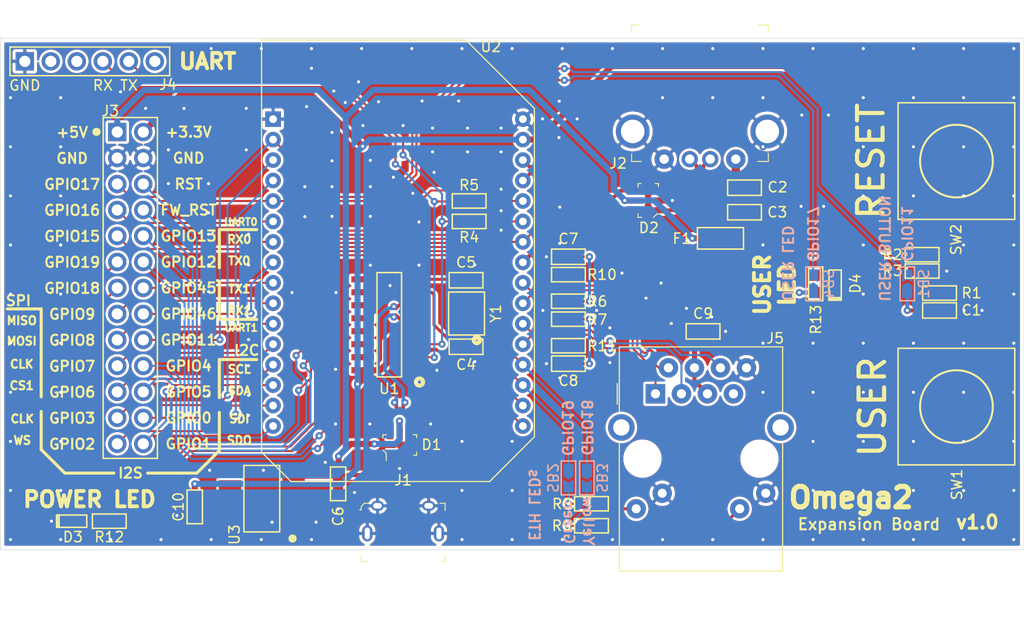
<source format=kicad_pcb>
(kicad_pcb (version 20171130) (host pcbnew 5.1.4-e60b266~84~ubuntu18.04.1)
  (layers (0 F.Cu signal) (31 B.Cu signal) (36 B.SilkS user) (37 F.SilkS user) (38 B.Mask user) (39 F.Mask user) (44 Edge.Cuts user))
  (net 0 "")
  (net 1 "Net-(C1-Pad1)")
  (net 2 GND)
  (net 3 "Net-(C2-Pad1)")
  (net 4 "Net-(C4-Pad1)")
  (net 5 "Net-(C5-Pad1)")
  (net 6 +5V)
  (net 7 "Net-(C7-Pad2)")
  (net 8 "Net-(C8-Pad2)")
  (net 9 VBUS)
  (net 10 +3V3)
  (net 11 /D_N)
  (net 12 /D_P)
  (net 13 /UD_P)
  (net 14 /UD_N)
  (net 15 /OMEGA_USB_D_N)
  (net 16 /OMEGA_USB_D_P)
  (net 17 /USB_D_P)
  (net 18 /USB_D_N)
  (net 19 "Net-(D3-Pad2)")
  (net 20 "Net-(D4-Pad2)")
  (net 21 /GPIO_1)
  (net 22 /GPIO_2)
  (net 23 /GPIO_0)
  (net 24 /GPIO_3)
  (net 25 /GPIO_5)
  (net 26 /GPIO_6)
  (net 27 /GPIO_4)
  (net 28 /GPIO_7)
  (net 29 /GPIO_11)
  (net 30 /GPIO_8)
  (net 31 /GPIO_46)
  (net 32 /GPIO_9)
  (net 33 /GPIO_45)
  (net 34 /GPIO_18)
  (net 35 /OMEGA_UART_TX)
  (net 36 /GPIO_19)
  (net 37 /OMEGA_UART_RX)
  (net 38 /GPIO_15)
  (net 39 /FW_RST)
  (net 40 /GPIO_16)
  (net 41 /RST)
  (net 42 /GPIO_17)
  (net 43 "Net-(J4-Pad6)")
  (net 44 "Net-(J4-Pad5)")
  (net 45 "Net-(J4-Pad4)")
  (net 46 "Net-(J4-Pad3)")
  (net 47 "Net-(J4-Pad2)")
  (net 48 /OMEGA_ETH_TX_P)
  (net 49 /OMEGA_ETH_TX_N)
  (net 50 /OMEGA_ETH_RX_P)
  (net 51 /OMEGA_ETH_RX_N)
  (net 52 "Net-(J5-PadR7)")
  (net 53 /LED_ETH_Y)
  (net 54 /LED_ETH_G)
  (net 55 "Net-(J5-Pad13)")
  (net 56 "Net-(R2-Pad2)")
  (net 57 "Net-(R8-Pad2)")
  (net 58 "Net-(R9-Pad1)")
  (net 59 "Net-(R13-Pad1)")
  (net 60 "Net-(U1-Pad9)")
  (net 61 "Net-(U1-Pad10)")
  (net 62 "Net-(U1-Pad11)")
  (net 63 "Net-(U1-Pad12)")
  (net 64 "Net-(U1-Pad13)")
  (net 65 "Net-(U1-Pad14)")
  (net 66 "Net-(U1-Pad15)")
  (module digikey-footprints:USB_Micro_B_Female_10118194-0001LF (layer F.Cu) (at 131.35 122.7)
    (fp_text reference J1 (at 0 -2.5) (layer F.SilkS))
    (fp_text value 10118194-0001LF)
    (pad SH thru_hole oval (at 3.5 2.7) (size 1 1.55) (drill oval 0.5 1.15) (layers *.Cu *.Mask) (net 2 GND))
    (pad SH thru_hole oval (at -3.5 2.7) (size 1 1.55) (drill oval 0.5 1.15) (layers *.Cu *.Mask) (net 2 GND))
    (pad SH thru_hole oval (at -2.5 0) (size 1.25 0.95) (drill oval 0.85 0.55) (layers *.Cu *.Mask) (net 2 GND))
    (pad SH thru_hole oval (at 2.5 0) (size 1.25 0.95) (drill oval 0.85 0.55) (layers *.Cu *.Mask) (net 2 GND))
    (pad 1 smd rect (at -1.3 0) (size 0.4 1.35) (layers F.Cu F.Paste F.Mask) (net 6 +5V))
    (pad 2 smd rect (at -0.65 0) (size 0.4 1.35) (layers F.Cu F.Paste F.Mask) (net 11 /D_N))
    (pad 5 smd rect (at 1.3 0) (size 0.4 1.35) (layers F.Cu F.Paste F.Mask) (net 2 GND))
    (pad 4 smd rect (at 0.65 0) (size 0.4 1.35) (layers F.Cu F.Paste F.Mask) (net 2 GND))
    (pad 3 smd rect (at 0 0) (size 0.4 1.35) (layers F.Cu F.Paste F.Mask) (net 12 /D_P))
  )
  (module digikey-footprints:USB_A_Female_UE27AC54100 (layer F.Cu) (at 160.35 86.1 180)
    (fp_text reference J2 (at 8 -3.125 180) (layer F.SilkS))
    (fp_text value UE27AC54100)
    (pad SH thru_hole circle (at -6.57 0 180) (size 3.3 3.3) (drill 2.3) (layers *.Cu *.Mask) (net 2 GND))
    (pad SH thru_hole circle (at 6.57 0 180) (size 3.3 3.3) (drill 2.3) (layers *.Cu *.Mask) (net 2 GND))
    (pad 1 thru_hole circle (at -3.5 -2.71 180) (size 1.9 1.9) (drill 0.92) (layers *.Cu *.Mask) (net 3 "Net-(C2-Pad1)"))
    (pad 2 thru_hole circle (at -1 -2.71 180) (size 1.6 1.6) (drill 0.92) (layers *.Cu *.Mask) (net 18 /USB_D_N))
    (pad 3 thru_hole circle (at 1 -2.71 180) (size 1.6 1.6) (drill 0.92) (layers *.Cu *.Mask) (net 17 /USB_D_P))
    (pad 4 thru_hole circle (at 3.5 -2.71 180) (size 1.9 1.9) (drill 0.92) (layers *.Cu *.Mask) (net 2 GND))
  )
  (module PCB_Footprints:C_0603 (layer F.Cu) (at 183.75 103.6)
    (fp_text reference C1 (at 3.125 -0.025) (layer F.SilkS))
    (fp_text value 100n_0603_1 hide)
    (pad 1 smd rect (at -0.85 0) (size 1.1 1) (layers F.Cu F.Paste F.Mask) (net 1 "Net-(C1-Pad1)"))
    (pad 2 smd rect (at 0.85 0) (size 1.1 1) (layers F.Cu F.Paste F.Mask) (net 2 GND))
  )
  (module PCB_Footprints:C_0603 (layer F.Cu) (at 164.7 91.6)
    (fp_text reference C2 (at 3.225 -0.05) (layer F.SilkS))
    (fp_text value 10u_0603_1 hide)
    (pad 1 smd rect (at -0.85 0) (size 1.1 1) (layers F.Cu F.Paste F.Mask) (net 3 "Net-(C2-Pad1)"))
    (pad 2 smd rect (at 0.85 0) (size 1.1 1) (layers F.Cu F.Paste F.Mask) (net 2 GND))
  )
  (module PCB_Footprints:C_0603 (layer F.Cu) (at 164.7 94)
    (fp_text reference C3 (at 3.2 0) (layer F.SilkS))
    (fp_text value 100n_0603_1 hide)
    (pad 2 smd rect (at 0.85 0) (size 1.1 1) (layers F.Cu F.Paste F.Mask) (net 2 GND))
    (pad 1 smd rect (at -0.85 0) (size 1.1 1) (layers F.Cu F.Paste F.Mask) (net 3 "Net-(C2-Pad1)"))
  )
  (module PCB_Footprints:C_0603 (layer F.Cu) (at 137.5 107.15)
    (fp_text reference C4 (at 0 1.75) (layer F.SilkS))
    (fp_text value 22p_0603_1 hide)
    (pad 2 smd rect (at 0.85 0) (size 1.1 1) (layers F.Cu F.Paste F.Mask) (net 2 GND))
    (pad 1 smd rect (at -0.85 0) (size 1.1 1) (layers F.Cu F.Paste F.Mask) (net 4 "Net-(C4-Pad1)"))
  )
  (module PCB_Footprints:C_0603 (layer F.Cu) (at 137.5 100.65)
    (fp_text reference C5 (at 0 -1.75) (layer F.SilkS))
    (fp_text value 22p_0603_1 hide)
    (pad 1 smd rect (at -0.85 0) (size 1.1 1) (layers F.Cu F.Paste F.Mask) (net 5 "Net-(C5-Pad1)"))
    (pad 2 smd rect (at 0.85 0) (size 1.1 1) (layers F.Cu F.Paste F.Mask) (net 2 GND))
  )
  (module PCB_Footprints:C_0603 (layer F.Cu) (at 125 120.55 270)
    (fp_text reference C6 (at 3.175 0 90) (layer F.SilkS))
    (fp_text value 100n_0603_1 hide)
    (pad 2 smd rect (at 0.85 0 270) (size 1.1 1) (layers F.Cu F.Paste F.Mask) (net 2 GND))
    (pad 1 smd rect (at -0.85 0 270) (size 1.1 1) (layers F.Cu F.Paste F.Mask) (net 6 +5V))
  )
  (module PCB_Footprints:C_0603 (layer F.Cu) (at 147.5 98.35)
    (fp_text reference C7 (at 0 -1.75) (layer F.SilkS))
    (fp_text value 100n_0603_1 hide)
    (pad 2 smd rect (at 0.85 0) (size 1.1 1) (layers F.Cu F.Paste F.Mask) (net 7 "Net-(C7-Pad2)"))
    (pad 1 smd rect (at -0.85 0) (size 1.1 1) (layers F.Cu F.Paste F.Mask) (net 2 GND))
  )
  (module PCB_Footprints:C_0603 (layer F.Cu) (at 147.5 108.8)
    (fp_text reference C8 (at 0 1.675) (layer F.SilkS))
    (fp_text value 100n_0603_1 hide)
    (pad 1 smd rect (at -0.85 0) (size 1.1 1) (layers F.Cu F.Paste F.Mask) (net 2 GND))
    (pad 2 smd rect (at 0.85 0) (size 1.1 1) (layers F.Cu F.Paste F.Mask) (net 8 "Net-(C8-Pad2)"))
  )
  (module PCB_Footprints:C_0603 (layer F.Cu) (at 160.65 105.65)
    (fp_text reference C9 (at 0 -1.75) (layer F.SilkS))
    (fp_text value 1u_0603_1 hide)
    (pad 1 smd rect (at -0.85 0) (size 1.1 1) (layers F.Cu F.Paste F.Mask) (net 9 VBUS))
    (pad 2 smd rect (at 0.85 0) (size 1.1 1) (layers F.Cu F.Paste F.Mask) (net 2 GND))
  )
  (module PCB_Footprints:C_0603 (layer F.Cu) (at 111 122.8 270)
    (fp_text reference C10 (at 0 1.6 90) (layer F.SilkS))
    (fp_text value 10u_0603_1 hide)
    (pad 2 smd rect (at 0.85 0 270) (size 1.1 1) (layers F.Cu F.Paste F.Mask) (net 2 GND))
    (pad 1 smd rect (at -0.85 0 270) (size 1.1 1) (layers F.Cu F.Paste F.Mask) (net 10 +3V3))
  )
  (module digikey-footprints:SOT23-6L (layer F.Cu) (at 131.025 116.75)
    (fp_text reference D1 (at 3.1 -0.025) (layer F.SilkS))
    (fp_text value USBLC6-2SC6 hide)
    (pad 1 smd rect (at -0.95 1.15) (size 0.6 1.2) (layers F.Cu F.Paste F.Mask) (net 11 /D_N))
    (pad 2 smd rect (at 0 1.15) (size 0.6 1.2) (layers F.Cu F.Paste F.Mask) (net 2 GND))
    (pad 3 smd rect (at 0.95 1.15) (size 0.6 1.2) (layers F.Cu F.Paste F.Mask) (net 12 /D_P))
    (pad 4 smd rect (at 0.95 -1.15) (size 0.6 1.2) (layers F.Cu F.Paste F.Mask) (net 13 /UD_P))
    (pad 5 smd rect (at 0 -1.15) (size 0.6 1.2) (layers F.Cu F.Paste F.Mask) (net 6 +5V))
    (pad 6 smd rect (at -0.95 -1.15) (size 0.6 1.2) (layers F.Cu F.Paste F.Mask) (net 14 /UD_N))
  )
  (module digikey-footprints:SOT23-6L (layer F.Cu) (at 155.3 92.85 90)
    (fp_text reference D2 (at -2.675 0.05 180) (layer F.SilkS))
    (fp_text value USBLC6-2SC6 hide)
    (pad 6 smd rect (at -0.95 -1.15 90) (size 0.6 1.2) (layers F.Cu F.Paste F.Mask) (net 15 /OMEGA_USB_D_N))
    (pad 5 smd rect (at 0 -1.15 90) (size 0.6 1.2) (layers F.Cu F.Paste F.Mask) (net 6 +5V))
    (pad 4 smd rect (at 0.95 -1.15 90) (size 0.6 1.2) (layers F.Cu F.Paste F.Mask) (net 16 /OMEGA_USB_D_P))
    (pad 3 smd rect (at 0.95 1.15 90) (size 0.6 1.2) (layers F.Cu F.Paste F.Mask) (net 17 /USB_D_P))
    (pad 2 smd rect (at 0 1.15 90) (size 0.6 1.2) (layers F.Cu F.Paste F.Mask) (net 2 GND))
    (pad 1 smd rect (at -0.95 1.15 90) (size 0.6 1.2) (layers F.Cu F.Paste F.Mask) (net 18 /USB_D_N))
  )
  (module PCB_Footprints:LED_0603_1 (layer F.Cu) (at 99.1 124.2)
    (fp_text reference D3 (at 0 1.55) (layer F.SilkS))
    (fp_text value FYLS-0603GD hide)
    (pad 2 smd rect (at 0.75 0) (size 0.8 0.8) (layers F.Cu F.Paste F.Mask) (net 19 "Net-(D3-Pad2)"))
    (pad 1 smd rect (at -0.75 0) (size 0.8 0.8) (layers F.Cu F.Paste F.Mask) (net 2 GND))
  )
  (module PCB_Footprints:LED_0603_1 (layer F.Cu) (at 173.55 101 90)
    (fp_text reference D4 (at 0.025 1.975 90) (layer F.SilkS))
    (fp_text value FYLS-0603GD hide)
    (pad 1 smd rect (at -0.75 0 90) (size 0.8 0.8) (layers F.Cu F.Paste F.Mask) (net 2 GND))
    (pad 2 smd rect (at 0.75 0 90) (size 0.8 0.8) (layers F.Cu F.Paste F.Mask) (net 20 "Net-(D4-Pad2)"))
  )
  (module PCB_Footprints:Fuse_BOURNS_MF-NSMF (layer F.Cu) (at 162.35 96.55)
    (fp_text reference F1 (at -3.775 0.025) (layer F.SilkS))
    (fp_text value MF-NSMF110 hide)
    (pad 1 smd rect (at -1.5 0) (size 1 1.6) (layers F.Cu F.Paste F.Mask) (net 6 +5V))
    (pad 2 smd rect (at 1.5 0) (size 1 1.6) (layers F.Cu F.Paste F.Mask) (net 3 "Net-(C2-Pad1)"))
  )
  (module PCB_Footprints:PBD-26-S_1 (layer F.Cu) (at 104.7 101.4)
    (fp_text reference J3 (at -1.95 -17.3) (layer F.SilkS))
    (fp_text value PBD-26-S_1 hide)
    (pad 26 thru_hole circle (at 1.27 15.24) (size 1.8 1.8) (drill 1.1) (layers *.Cu *.Mask) (net 21 /GPIO_1))
    (pad 25 thru_hole circle (at -1.27 15.24) (size 1.8 1.8) (drill 1.1) (layers *.Cu *.Mask) (net 22 /GPIO_2))
    (pad 24 thru_hole circle (at 1.27 12.7) (size 1.8 1.8) (drill 1.1) (layers *.Cu *.Mask) (net 23 /GPIO_0))
    (pad 23 thru_hole circle (at -1.27 12.7) (size 1.8 1.8) (drill 1.1) (layers *.Cu *.Mask) (net 24 /GPIO_3))
    (pad 22 thru_hole circle (at 1.27 10.16) (size 1.8 1.8) (drill 1.1) (layers *.Cu *.Mask) (net 25 /GPIO_5))
    (pad 21 thru_hole circle (at -1.27 10.16) (size 1.8 1.8) (drill 1.1) (layers *.Cu *.Mask) (net 26 /GPIO_6))
    (pad 20 thru_hole circle (at 1.27 7.62) (size 1.8 1.8) (drill 1.1) (layers *.Cu *.Mask) (net 27 /GPIO_4))
    (pad 19 thru_hole circle (at -1.27 7.62) (size 1.8 1.8) (drill 1.1) (layers *.Cu *.Mask) (net 28 /GPIO_7))
    (pad 18 thru_hole circle (at 1.27 5.08) (size 1.8 1.8) (drill 1.1) (layers *.Cu *.Mask) (net 29 /GPIO_11))
    (pad 17 thru_hole circle (at -1.27 5.08) (size 1.8 1.8) (drill 1.1) (layers *.Cu *.Mask) (net 30 /GPIO_8))
    (pad 16 thru_hole circle (at 1.27 2.54) (size 1.8 1.8) (drill 1.1) (layers *.Cu *.Mask) (net 31 /GPIO_46))
    (pad 15 thru_hole circle (at -1.27 2.54) (size 1.8 1.8) (drill 1.1) (layers *.Cu *.Mask) (net 32 /GPIO_9))
    (pad 14 thru_hole circle (at 1.27 0) (size 1.8 1.8) (drill 1.1) (layers *.Cu *.Mask) (net 33 /GPIO_45))
    (pad 13 thru_hole circle (at -1.27 0) (size 1.8 1.8) (drill 1.1) (layers *.Cu *.Mask) (net 34 /GPIO_18))
    (pad 12 thru_hole circle (at 1.27 -2.54) (size 1.8 1.8) (drill 1.1) (layers *.Cu *.Mask) (net 35 /OMEGA_UART_TX))
    (pad 11 thru_hole circle (at -1.27 -2.54) (size 1.8 1.8) (drill 1.1) (layers *.Cu *.Mask) (net 36 /GPIO_19))
    (pad 10 thru_hole circle (at 1.27 -5.08) (size 1.8 1.8) (drill 1.1) (layers *.Cu *.Mask) (net 37 /OMEGA_UART_RX))
    (pad 9 thru_hole circle (at -1.27 -5.08) (size 1.8 1.8) (drill 1.1) (layers *.Cu *.Mask) (net 38 /GPIO_15))
    (pad 8 thru_hole circle (at 1.27 -7.62) (size 1.8 1.8) (drill 1.1) (layers *.Cu *.Mask) (net 39 /FW_RST))
    (pad 7 thru_hole circle (at -1.27 -7.62) (size 1.8 1.8) (drill 1.1) (layers *.Cu *.Mask) (net 40 /GPIO_16))
    (pad 6 thru_hole circle (at 1.27 -10.16) (size 1.8 1.8) (drill 1.1) (layers *.Cu *.Mask) (net 41 /RST))
    (pad 5 thru_hole circle (at -1.27 -10.16) (size 1.8 1.8) (drill 1.1) (layers *.Cu *.Mask) (net 42 /GPIO_17))
    (pad 4 thru_hole circle (at 1.27 -12.7) (size 1.8 1.8) (drill 1.1) (layers *.Cu *.Mask) (net 2 GND))
    (pad 3 thru_hole circle (at -1.27 -12.7) (size 1.8 1.8) (drill 1.1) (layers *.Cu *.Mask) (net 2 GND))
    (pad 2 thru_hole circle (at 1.27 -15.24) (size 1.8 1.8) (drill 1.1) (layers *.Cu *.Mask) (net 10 +3V3))
    (pad 1 thru_hole rect (at -1.27 -15.24) (size 1.8 1.8) (drill 1.1) (layers *.Cu *.Mask) (net 6 +5V))
  )
  (module PCB_Footprints:PLS-06-S_1 (layer F.Cu) (at 100.75 79.25 90)
    (fp_text reference J4 (at -2.275 7.625) (layer F.SilkS))
    (fp_text value PLS-06-S_1 hide)
    (pad 6 thru_hole circle (at 0 6.35 90) (size 1.8 1.8) (drill 1.1) (layers *.Cu *.Mask) (net 43 "Net-(J4-Pad6)"))
    (pad 5 thru_hole circle (at 0 3.81 90) (size 1.8 1.8) (drill 1.1) (layers *.Cu *.Mask) (net 44 "Net-(J4-Pad5)"))
    (pad 4 thru_hole circle (at 0 1.27 90) (size 1.8 1.8) (drill 1.1) (layers *.Cu *.Mask) (net 45 "Net-(J4-Pad4)"))
    (pad 3 thru_hole circle (at 0 -1.27 90) (size 1.8 1.8) (drill 1.1) (layers *.Cu *.Mask) (net 46 "Net-(J4-Pad3)"))
    (pad 2 thru_hole circle (at 0 -3.81 90) (size 1.8 1.8) (drill 1.1) (layers *.Cu *.Mask) (net 47 "Net-(J4-Pad2)"))
    (pad 1 thru_hole rect (at 0 -6.35 90) (size 1.8 1.8) (drill 1.1) (layers *.Cu *.Mask) (net 2 GND))
  )
  (module Connector_RJ:RJ45_Amphenol_RJMG1BD3B8K1ANR (layer F.Cu) (at 156 111.75)
    (fp_text reference J5 (at 11.7 -5.425) (layer F.SilkS))
    (fp_text value RJ45_Amphenol_RJMG1BD3B8K1ANR)
    (pad R1 thru_hole rect (at 0 0) (size 1.9 1.9) (drill 0.9) (layers *.Cu *.Mask) (net 48 /OMEGA_ETH_TX_P))
    (pad R2 thru_hole circle (at 1.27 -2.54) (size 1.9 1.9) (drill 0.9) (layers *.Cu *.Mask) (net 49 /OMEGA_ETH_TX_N))
    (pad R3 thru_hole circle (at 2.54 0) (size 1.9 1.9) (drill 0.9) (layers *.Cu *.Mask) (net 50 /OMEGA_ETH_RX_P))
    (pad R4 thru_hole circle (at 3.81 -2.54) (size 1.9 1.9) (drill 0.9) (layers *.Cu *.Mask) (net 9 VBUS))
    (pad R5 thru_hole circle (at 5.08 0) (size 1.9 1.9) (drill 0.9) (layers *.Cu *.Mask) (net 9 VBUS))
    (pad R6 thru_hole circle (at 6.35 -2.54) (size 1.9 1.9) (drill 0.9) (layers *.Cu *.Mask) (net 51 /OMEGA_ETH_RX_N))
    (pad R7 thru_hole circle (at 7.62 0) (size 1.9 1.9) (drill 0.9) (layers *.Cu *.Mask) (net 52 "Net-(J5-PadR7)"))
    (pad R8 thru_hole circle (at 8.89 -2.54) (size 1.9 1.9) (drill 0.9) (layers *.Cu *.Mask) (net 2 GND))
    (pad L1 thru_hole circle (at 10.77 9.72) (size 1.89 1.89) (drill 0.89) (layers *.Cu *.Mask) (net 2 GND))
    (pad L2 thru_hole circle (at 8.23 11.24) (size 1.89 1.89) (drill 0.89) (layers *.Cu *.Mask) (net 53 /LED_ETH_Y))
    (pad L3 thru_hole circle (at 0.66 9.72) (size 1.89 1.89) (drill 0.89) (layers *.Cu *.Mask) (net 2 GND))
    (pad L4 thru_hole circle (at -1.88 11.24) (size 1.89 1.89) (drill 0.89) (layers *.Cu *.Mask) (net 54 /LED_ETH_G))
    (pad 13 thru_hole circle (at -3.33 3.29) (size 2.6 2.6) (drill 1.6) (layers *.Cu *.Mask) (net 55 "Net-(J5-Pad13)"))
    (pad 13 thru_hole circle (at 12.22 3.29) (size 2.6 2.6) (drill 1.6) (layers *.Cu *.Mask) (net 55 "Net-(J5-Pad13)"))
    (pad "" np_thru_hole circle (at -1.27 6.34) (size 3.25 3.25) (drill 3.25) (layers *.Cu *.Mask))
    (pad "" np_thru_hole circle (at 10.16 6.34) (size 3.25 3.25) (drill 3.25) (layers *.Cu *.Mask))
  )
  (module PCB_Footprints:R_0603 (layer F.Cu) (at 183.75 101.9 180)
    (fp_text reference R1 (at -3.125 0) (layer F.SilkS))
    (fp_text value 10K_0603_1 hide)
    (pad 1 smd rect (at -0.85 0 180) (size 1.1 1) (layers F.Cu F.Paste F.Mask) (net 10 +3V3))
    (pad 2 smd rect (at 0.85 0 180) (size 1.1 1) (layers F.Cu F.Paste F.Mask) (net 1 "Net-(C1-Pad1)"))
  )
  (module PCB_Footprints:R_0603 (layer F.Cu) (at 182.05 98.15)
    (fp_text reference R2 (at -2.9 0) (layer F.SilkS))
    (fp_text value 470R_0603_1 hide)
    (pad 2 smd rect (at 0.85 0) (size 1.1 1) (layers F.Cu F.Paste F.Mask) (net 56 "Net-(R2-Pad2)"))
    (pad 1 smd rect (at -0.85 0) (size 1.1 1) (layers F.Cu F.Paste F.Mask) (net 39 /FW_RST))
  )
  (module PCB_Footprints:R_0603 (layer F.Cu) (at 182.05 99.75)
    (fp_text reference R3 (at -2.875 -0.025) (layer F.SilkS))
    (fp_text value 10K_0603_1 hide)
    (pad 1 smd rect (at -0.85 0) (size 1.1 1) (layers F.Cu F.Paste F.Mask) (net 39 /FW_RST))
    (pad 2 smd rect (at 0.85 0) (size 1.1 1) (layers F.Cu F.Paste F.Mask) (net 2 GND))
  )
  (module PCB_Footprints:R_0603 (layer F.Cu) (at 137.8 94.9 180)
    (fp_text reference R4 (at 0 -1.55) (layer F.SilkS))
    (fp_text value 470R_0603_1 hide)
    (pad 2 smd rect (at 0.85 0 180) (size 1.1 1) (layers F.Cu F.Paste F.Mask) (net 44 "Net-(J4-Pad5)"))
    (pad 1 smd rect (at -0.85 0 180) (size 1.1 1) (layers F.Cu F.Paste F.Mask) (net 35 /OMEGA_UART_TX))
  )
  (module PCB_Footprints:R_0603 (layer F.Cu) (at 137.8 92.9)
    (fp_text reference R5 (at 0 -1.55) (layer F.SilkS))
    (fp_text value 470R_0603_1 hide)
    (pad 1 smd rect (at -0.85 0) (size 1.1 1) (layers F.Cu F.Paste F.Mask) (net 45 "Net-(J4-Pad4)"))
    (pad 2 smd rect (at 0.85 0) (size 1.1 1) (layers F.Cu F.Paste F.Mask) (net 37 /OMEGA_UART_RX))
  )
  (module PCB_Footprints:R_0603 (layer F.Cu) (at 147.5 102.7)
    (fp_text reference R6 (at 2.825 0.025) (layer F.SilkS))
    (fp_text value 49R9_0603_1 hide)
    (pad 2 smd rect (at 0.85 0) (size 1.1 1) (layers F.Cu F.Paste F.Mask) (net 7 "Net-(C7-Pad2)"))
    (pad 1 smd rect (at -0.85 0) (size 1.1 1) (layers F.Cu F.Paste F.Mask) (net 48 /OMEGA_ETH_TX_P))
  )
  (module PCB_Footprints:R_0603 (layer F.Cu) (at 147.5 104.45 180)
    (fp_text reference R7 (at -2.825 -0.05) (layer F.SilkS))
    (fp_text value 49R9_0603_1 hide)
    (pad 2 smd rect (at 0.85 0 180) (size 1.1 1) (layers F.Cu F.Paste F.Mask) (net 51 /OMEGA_ETH_RX_N))
    (pad 1 smd rect (at -0.85 0 180) (size 1.1 1) (layers F.Cu F.Paste F.Mask) (net 8 "Net-(C8-Pad2)"))
  )
  (module PCB_Footprints:R_0603 (layer F.Cu) (at 149.75 122.5 180)
    (fp_text reference R8 (at 2.875 -0.025) (layer F.SilkS))
    (fp_text value 470R_0603_1 hide)
    (pad 1 smd rect (at -0.85 0 180) (size 1.1 1) (layers F.Cu F.Paste F.Mask) (net 54 /LED_ETH_G))
    (pad 2 smd rect (at 0.85 0 180) (size 1.1 1) (layers F.Cu F.Paste F.Mask) (net 57 "Net-(R8-Pad2)"))
  )
  (module PCB_Footprints:R_0603 (layer F.Cu) (at 149.75 124.65)
    (fp_text reference R9 (at -2.9 0) (layer F.SilkS))
    (fp_text value 470R_0603_1 hide)
    (pad 2 smd rect (at 0.85 0) (size 1.1 1) (layers F.Cu F.Paste F.Mask) (net 53 /LED_ETH_Y))
    (pad 1 smd rect (at -0.85 0) (size 1.1 1) (layers F.Cu F.Paste F.Mask) (net 58 "Net-(R9-Pad1)"))
  )
  (module PCB_Footprints:R_0603 (layer F.Cu) (at 147.5 100.1 180)
    (fp_text reference R10 (at -3.275 0) (layer F.SilkS))
    (fp_text value 49R9_0603_1 hide)
    (pad 1 smd rect (at -0.85 0 180) (size 1.1 1) (layers F.Cu F.Paste F.Mask) (net 7 "Net-(C7-Pad2)"))
    (pad 2 smd rect (at 0.85 0 180) (size 1.1 1) (layers F.Cu F.Paste F.Mask) (net 49 /OMEGA_ETH_TX_N))
  )
  (module PCB_Footprints:R_0603 (layer F.Cu) (at 147.5 107.05)
    (fp_text reference R11 (at 3.3 0.025) (layer F.SilkS))
    (fp_text value 49R9_0603_1 hide)
    (pad 1 smd rect (at -0.85 0) (size 1.1 1) (layers F.Cu F.Paste F.Mask) (net 50 /OMEGA_ETH_RX_P))
    (pad 2 smd rect (at 0.85 0) (size 1.1 1) (layers F.Cu F.Paste F.Mask) (net 8 "Net-(C8-Pad2)"))
  )
  (module PCB_Footprints:R_0603 (layer F.Cu) (at 102.65 124.2 180)
    (fp_text reference R12 (at 0 -1.55) (layer F.SilkS))
    (fp_text value 470R_0603_1 hide)
    (pad 2 smd rect (at 0.85 0 180) (size 1.1 1) (layers F.Cu F.Paste F.Mask) (net 19 "Net-(D3-Pad2)"))
    (pad 1 smd rect (at -0.85 0 180) (size 1.1 1) (layers F.Cu F.Paste F.Mask) (net 10 +3V3))
  )
  (module PCB_Footprints:R_0603 (layer F.Cu) (at 171.65 101 90)
    (fp_text reference R13 (at -3.5 0.025 90) (layer F.SilkS))
    (fp_text value 470R_0603_1 hide)
    (pad 1 smd rect (at -0.85 0 90) (size 1.1 1) (layers F.Cu F.Paste F.Mask) (net 59 "Net-(R13-Pad1)"))
    (pad 2 smd rect (at 0.85 0 90) (size 1.1 1) (layers F.Cu F.Paste F.Mask) (net 20 "Net-(D4-Pad2)"))
  )
  (module PCB_Footprints:SB_0603_TRIANGLE (layer B.Cu) (at 180.6 101 90)
    (fp_text reference SB1 (at 0 1.625 -90) (layer B.SilkS) (effects (justify mirror)))
    (fp_text value SB_0603_1 hide)
    (pad 2 smd custom (at 0.85 0 90) (size 0.8 1) (layers B.Cu B.Paste B.Mask) (net 29 /GPIO_11) (options (clearance outline) (anchor rect)) (primitives (gr_poly (pts (xy 0 -0.5) (xy -0.7 -0.5) (xy -0.4 0) (xy -0.7 0.5) (xy 0 0.5)) (width 0)) (gr_poly (pts (xy 0.4 -0.5) (xy 0.55 -0.5) (xy 0.55 0.5) (xy 0.4 0.5)) (width 0))))
    (pad 1 smd custom (at -0.85 0 90) (size 1.1 1) (layers B.Cu B.Paste B.Mask) (net 1 "Net-(C1-Pad1)") (options (clearance outline) (anchor rect)) (primitives (gr_poly (pts (xy 0.55 -0.5) (xy 0.7 -0.5) (xy 1 0) (xy 0.7 0.5) (xy 0.55 0.5)) (width 0))))
  )
  (module PCB_Footprints:SB_0603_TRIANGLE (layer B.Cu) (at 147.5 119.975 270)
    (fp_text reference SB2 (at 0 1.55 270 unlocked) (layer B.SilkS) (effects (justify mirror)))
    (fp_text value SB_0603_1 hide)
    (pad 2 smd custom (at 0.85 0 270) (size 0.8 1) (layers B.Cu B.Paste B.Mask) (net 57 "Net-(R8-Pad2)") (options (clearance outline) (anchor rect)) (primitives (gr_poly (pts (xy 0 -0.5) (xy -0.7 -0.5) (xy -0.4 0) (xy -0.7 0.5) (xy 0 0.5)) (width 0)) (gr_poly (pts (xy 0.4 -0.5) (xy 0.55 -0.5) (xy 0.55 0.5) (xy 0.4 0.5)) (width 0))))
    (pad 1 smd custom (at -0.85 0 270) (size 1.1 1) (layers B.Cu B.Paste B.Mask) (net 36 /GPIO_19) (options (clearance outline) (anchor rect)) (primitives (gr_poly (pts (xy 0.55 -0.5) (xy 0.7 -0.5) (xy 1 0) (xy 0.7 0.5) (xy 0.55 0.5)) (width 0))))
  )
  (module PCB_Footprints:SB_0603_TRIANGLE (layer B.Cu) (at 149.3 119.975 270)
    (fp_text reference SB3 (at 0 -1.45 270 unlocked) (layer B.SilkS) (effects (justify mirror)))
    (fp_text value SB_0603_1 hide)
    (pad 1 smd custom (at -0.85 0 270) (size 1.1 1) (layers B.Cu B.Paste B.Mask) (net 34 /GPIO_18) (options (clearance outline) (anchor rect)) (primitives (gr_poly (pts (xy 0.55 -0.5) (xy 0.7 -0.5) (xy 1 0) (xy 0.7 0.5) (xy 0.55 0.5)) (width 0))))
    (pad 2 smd custom (at 0.85 0 270) (size 0.8 1) (layers B.Cu B.Paste B.Mask) (net 58 "Net-(R9-Pad1)") (options (clearance outline) (anchor rect)) (primitives (gr_poly (pts (xy 0 -0.5) (xy -0.7 -0.5) (xy -0.4 0) (xy -0.7 0.5) (xy 0 0.5)) (width 0)) (gr_poly (pts (xy 0.4 -0.5) (xy 0.55 -0.5) (xy 0.55 0.5) (xy 0.4 0.5)) (width 0))))
  )
  (module PCB_Footprints:SB_0603_TRIANGLE (layer B.Cu) (at 171.4 101 90)
    (fp_text reference SB4 (at 0 1.525 -90) (layer B.SilkS) (effects (justify mirror)))
    (fp_text value SB_0603_1 hide)
    (pad 1 smd custom (at -0.85 0 90) (size 1.1 1) (layers B.Cu B.Paste B.Mask) (net 59 "Net-(R13-Pad1)") (options (clearance outline) (anchor rect)) (primitives (gr_poly (pts (xy 0.55 -0.5) (xy 0.7 -0.5) (xy 1 0) (xy 0.7 0.5) (xy 0.55 0.5)) (width 0))))
    (pad 2 smd custom (at 0.85 0 90) (size 0.8 1) (layers B.Cu B.Paste B.Mask) (net 42 /GPIO_17) (options (clearance outline) (anchor rect)) (primitives (gr_poly (pts (xy 0 -0.5) (xy -0.7 -0.5) (xy -0.4 0) (xy -0.7 0.5) (xy 0 0.5)) (width 0)) (gr_poly (pts (xy 0.4 -0.5) (xy 0.55 -0.5) (xy 0.55 0.5) (xy 0.4 0.5)) (width 0))))
  )
  (module PCB_Footprints:PUSHB_TL3300DF260Q (layer F.Cu) (at 185.4 113 270)
    (fp_text reference SW1 (at 7.625 -0.05 90) (layer F.SilkS))
    (fp_text value TACTM-24N-F hide)
    (pad 4 smd rect (at 6.975 2.5 270) (size 1.55 1.6) (layers F.Cu F.Paste F.Mask) (net 1 "Net-(C1-Pad1)"))
    (pad 3 smd rect (at -6.975 2.5 270) (size 1.55 1.6) (layers F.Cu F.Paste F.Mask) (net 1 "Net-(C1-Pad1)"))
    (pad 2 smd rect (at 6.975 -2.5 270) (size 1.55 1.6) (layers F.Cu F.Paste F.Mask) (net 2 GND))
    (pad 1 smd rect (at -6.975 -2.5 270) (size 1.55 1.6) (layers F.Cu F.Paste F.Mask) (net 2 GND))
  )
  (module PCB_Footprints:PUSHB_TL3300DF260Q (layer F.Cu) (at 185.4 89 270)
    (fp_text reference SW2 (at 7.675 0.025 90) (layer F.SilkS))
    (fp_text value TACTM-24N-F hide)
    (pad 1 smd rect (at -6.975 -2.5 270) (size 1.55 1.6) (layers F.Cu F.Paste F.Mask) (net 10 +3V3))
    (pad 2 smd rect (at 6.975 -2.5 270) (size 1.55 1.6) (layers F.Cu F.Paste F.Mask) (net 10 +3V3))
    (pad 3 smd rect (at -6.975 2.5 270) (size 1.55 1.6) (layers F.Cu F.Paste F.Mask) (net 56 "Net-(R2-Pad2)"))
    (pad 4 smd rect (at 6.975 2.5 270) (size 1.55 1.6) (layers F.Cu F.Paste F.Mask) (net 56 "Net-(R2-Pad2)"))
  )
  (module PCB_Footprints:SOIC-16 (layer F.Cu) (at 130 105 90)
    (fp_text reference U1 (at -6.25 0) (layer F.SilkS))
    (fp_text value CH340G hide)
    (pad 1 smd rect (at -4.445 2.6 90) (size 0.6 2.2) (layers F.Cu F.Paste F.Mask) (net 2 GND))
    (pad 2 smd rect (at -3.175 2.6 90) (size 0.6 2.2) (layers F.Cu F.Paste F.Mask) (net 45 "Net-(J4-Pad4)"))
    (pad 3 smd rect (at -1.905 2.6 90) (size 0.6 2.2) (layers F.Cu F.Paste F.Mask) (net 44 "Net-(J4-Pad5)"))
    (pad 4 smd rect (at -0.635 2.6 90) (size 0.6 2.2) (layers F.Cu F.Paste F.Mask) (net 10 +3V3))
    (pad 5 smd rect (at 0.635 2.6 90) (size 0.6 2.2) (layers F.Cu F.Paste F.Mask) (net 13 /UD_P))
    (pad 6 smd rect (at 1.905 2.6 90) (size 0.6 2.2) (layers F.Cu F.Paste F.Mask) (net 14 /UD_N))
    (pad 7 smd rect (at 3.175 2.6 90) (size 0.6 2.2) (layers F.Cu F.Paste F.Mask) (net 4 "Net-(C4-Pad1)"))
    (pad 8 smd rect (at 4.445 2.6 90) (size 0.6 2.2) (layers F.Cu F.Paste F.Mask) (net 5 "Net-(C5-Pad1)"))
    (pad 9 smd rect (at 4.445 -2.6 90) (size 0.6 2.2) (layers F.Cu F.Paste F.Mask) (net 60 "Net-(U1-Pad9)"))
    (pad 10 smd rect (at 3.175 -2.6 90) (size 0.6 2.2) (layers F.Cu F.Paste F.Mask) (net 61 "Net-(U1-Pad10)"))
    (pad 11 smd rect (at 1.905 -2.6 90) (size 0.6 2.2) (layers F.Cu F.Paste F.Mask) (net 62 "Net-(U1-Pad11)"))
    (pad 12 smd rect (at 0.635 -2.6 90) (size 0.6 2.2) (layers F.Cu F.Paste F.Mask) (net 63 "Net-(U1-Pad12)"))
    (pad 13 smd rect (at -0.635 -2.6 90) (size 0.6 2.2) (layers F.Cu F.Paste F.Mask) (net 64 "Net-(U1-Pad13)"))
    (pad 14 smd rect (at -1.905 -2.6 90) (size 0.6 2.2) (layers F.Cu F.Paste F.Mask) (net 65 "Net-(U1-Pad14)"))
    (pad 15 smd rect (at -3.175 -2.6 90) (size 0.6 2.2) (layers F.Cu F.Paste F.Mask) (net 66 "Net-(U1-Pad15)"))
    (pad 16 smd rect (at -4.445 -2.6 90) (size 0.6 2.2) (layers F.Cu F.Paste F.Mask) (net 10 +3V3))
  )
  (module Module:Onion_Omega2+ (layer F.Cu) (at 118.65 84.9)
    (fp_text reference U2 (at 21.275 -7.075) (layer F.SilkS))
    (fp_text value Omega2+)
    (pad 1 thru_hole rect (at 0 0) (size 1.524 1.524) (drill 0.762) (layers *.Cu *.Mask) (net 2 GND))
    (pad 2 thru_hole circle (at 0 2) (size 1.524 1.524) (drill 0.762) (layers *.Cu *.Mask) (net 29 /GPIO_11))
    (pad 3 thru_hole circle (at 0 4) (size 1.524 1.524) (drill 0.762) (layers *.Cu *.Mask) (net 24 /GPIO_3))
    (pad 4 thru_hole circle (at 0 6) (size 1.524 1.524) (drill 0.762) (layers *.Cu *.Mask) (net 22 /GPIO_2))
    (pad 5 thru_hole circle (at 0 8) (size 1.524 1.524) (drill 0.762) (layers *.Cu *.Mask) (net 42 /GPIO_17))
    (pad 6 thru_hole circle (at 0 10) (size 1.524 1.524) (drill 0.762) (layers *.Cu *.Mask) (net 40 /GPIO_16))
    (pad 7 thru_hole circle (at 0 12) (size 1.524 1.524) (drill 0.762) (layers *.Cu *.Mask) (net 38 /GPIO_15))
    (pad 8 thru_hole circle (at 0 14) (size 1.524 1.524) (drill 0.762) (layers *.Cu *.Mask) (net 31 /GPIO_46))
    (pad 9 thru_hole circle (at 0 16) (size 1.524 1.524) (drill 0.762) (layers *.Cu *.Mask) (net 33 /GPIO_45))
    (pad 10 thru_hole circle (at 0 18) (size 1.524 1.524) (drill 0.762) (layers *.Cu *.Mask) (net 32 /GPIO_9))
    (pad 11 thru_hole circle (at 0 20) (size 1.524 1.524) (drill 0.762) (layers *.Cu *.Mask) (net 30 /GPIO_8))
    (pad 12 thru_hole circle (at 0 22) (size 1.524 1.524) (drill 0.762) (layers *.Cu *.Mask) (net 28 /GPIO_7))
    (pad 13 thru_hole circle (at 0 24) (size 1.524 1.524) (drill 0.762) (layers *.Cu *.Mask) (net 26 /GPIO_6))
    (pad 14 thru_hole circle (at 0 26) (size 1.524 1.524) (drill 0.762) (layers *.Cu *.Mask) (net 21 /GPIO_1))
    (pad 15 thru_hole circle (at 0 28) (size 1.524 1.524) (drill 0.762) (layers *.Cu *.Mask) (net 23 /GPIO_0))
    (pad 16 thru_hole circle (at 0 30) (size 1.524 1.524) (drill 0.762) (layers *.Cu *.Mask) (net 41 /RST))
    (pad 17 thru_hole circle (at 24.4 30) (size 1.524 1.524) (drill 0.762) (layers *.Cu *.Mask) (net 25 /GPIO_5))
    (pad 18 thru_hole circle (at 24.4 28) (size 1.524 1.524) (drill 0.762) (layers *.Cu *.Mask) (net 27 /GPIO_4))
    (pad 19 thru_hole circle (at 24.4 26) (size 1.524 1.524) (drill 0.762) (layers *.Cu *.Mask) (net 36 /GPIO_19))
    (pad 20 thru_hole circle (at 24.4 24) (size 1.524 1.524) (drill 0.762) (layers *.Cu *.Mask) (net 34 /GPIO_18))
    (pad 21 thru_hole circle (at 24.4 22) (size 1.524 1.524) (drill 0.762) (layers *.Cu *.Mask) (net 50 /OMEGA_ETH_RX_P))
    (pad 22 thru_hole circle (at 24.4 20) (size 1.524 1.524) (drill 0.762) (layers *.Cu *.Mask) (net 51 /OMEGA_ETH_RX_N))
    (pad 23 thru_hole circle (at 24.4 18) (size 1.524 1.524) (drill 0.762) (layers *.Cu *.Mask) (net 48 /OMEGA_ETH_TX_P))
    (pad 24 thru_hole circle (at 24.4 16) (size 1.524 1.524) (drill 0.762) (layers *.Cu *.Mask) (net 49 /OMEGA_ETH_TX_N))
    (pad 25 thru_hole circle (at 24.4 14) (size 1.524 1.524) (drill 0.762) (layers *.Cu *.Mask) (net 9 VBUS))
    (pad 26 thru_hole circle (at 24.4 12) (size 1.524 1.524) (drill 0.762) (layers *.Cu *.Mask) (net 39 /FW_RST))
    (pad 27 thru_hole circle (at 24.4 10) (size 1.524 1.524) (drill 0.762) (layers *.Cu *.Mask) (net 35 /OMEGA_UART_TX))
    (pad 28 thru_hole circle (at 24.4 8) (size 1.524 1.524) (drill 0.762) (layers *.Cu *.Mask) (net 37 /OMEGA_UART_RX))
    (pad 29 thru_hole circle (at 24.4 6) (size 1.524 1.524) (drill 0.762) (layers *.Cu *.Mask) (net 15 /OMEGA_USB_D_N))
    (pad 30 thru_hole circle (at 24.4 4) (size 1.524 1.524) (drill 0.762) (layers *.Cu *.Mask) (net 16 /OMEGA_USB_D_P))
    (pad 31 thru_hole circle (at 24.4 2) (size 1.524 1.524) (drill 0.762) (layers *.Cu *.Mask) (net 10 +3V3))
    (pad 32 thru_hole circle (at 24.4 0) (size 1.524 1.524) (drill 0.762) (layers *.Cu *.Mask) (net 2 GND))
  )
  (module PCB_Footprints:SOT-223 (layer F.Cu) (at 117.55 122 90)
    (fp_text reference U3 (at -3.525 -2.675 90) (layer F.SilkS))
    (fp_text value LD1117S33TR hide)
    (pad 1 smd rect (at -2.3 3.1 90) (size 1.2 2.2) (layers F.Cu F.Paste F.Mask) (net 2 GND))
    (pad 4 smd rect (at 0 -3.1 90) (size 3.6 2.2) (layers F.Cu F.Paste F.Mask) (net 10 +3V3))
    (pad 2 smd rect (at 0 3.1 90) (size 1.2 2.2) (layers F.Cu F.Paste F.Mask) (net 10 +3V3))
    (pad 3 smd rect (at 2.3 3.1 90) (size 1.2 2.2) (layers F.Cu F.Paste F.Mask) (net 6 +5V))
  )
  (module PCB_Footprints:KX-7T (layer F.Cu) (at 137.55 103.9 90)
    (fp_text reference Y1 (at 0 2.85 90) (layer F.SilkS))
    (fp_text value KX-7T-12MHz hide)
    (pad 4 smd rect (at -1.15 -0.9 90) (size 1.3 1.1) (layers F.Cu F.Paste F.Mask))
    (pad 3 smd rect (at 1.15 -0.9 90) (size 1.3 1.1) (layers F.Cu F.Paste F.Mask) (net 5 "Net-(C5-Pad1)"))
    (pad 1 smd rect (at -1.15 0.9 90) (size 1.3 1.1) (layers F.Cu F.Paste F.Mask) (net 4 "Net-(C4-Pad1)"))
    (pad 2 smd rect (at 1.15 0.9 90) (size 1.3 1.1) (layers F.Cu F.Paste F.Mask))
  )
  (gr_text "ETH LEDs" (at 144.15 122.6 270) (layer B.SilkS) (effects (font (size 1 1) (thickness 0.2)) (justify mirror)))
  (gr_text Yellow (at 149.45 124.2 270) (layer B.SilkS) (effects (font (size 1 1) (thickness 0.2)) (justify mirror)))
  (gr_text Green (at 147.55 124.3 270) (layer B.SilkS) (effects (font (size 1 1) (thickness 0.2)) (justify mirror)))
  (gr_text GPIO19 (at 147.4 115.1 270) (layer B.SilkS) (effects (font (size 1 1) (thickness 0.2)) (justify mirror)))
  (gr_text GPIO18 (at 149.3 115.05 270) (layer B.SilkS) (effects (font (size 1 1) (thickness 0.2)) (justify mirror)))
  (gr_text "USER LED" (at 168.9 99 270) (layer B.SilkS) (effects (font (size 1 1) (thickness 0.2)) (justify mirror)))
  (gr_text GPIO17 (at 171.35 96.15 270) (layer B.SilkS) (effects (font (size 1 1) (thickness 0.2)) (justify mirror)))
  (gr_text "USER BUTTON" (at 178.35 97.55 270) (layer B.SilkS) (effects (font (size 1 1) (thickness 0.2)) (justify mirror)))
  (gr_text GPIO11 (at 180.55 96.1 270) (layer B.SilkS) (effects (font (size 1 1) (thickness 0.2)) (justify mirror)))
  (gr_text v1.0 (at 187.45 124.3) (layer F.SilkS) (effects (font (size 1.3 1.3) (thickness 0.3))))
  (gr_text Omega2 (at 175.1 121.9) (layer F.SilkS) (effects (font (size 2 2) (thickness 0.5))))
  (gr_text "Expansion Board" (at 176.85 124.5) (layer F.SilkS) (effects (font (size 1.1 1.1) (thickness 0.2))))
  (gr_text UART (at 112.25 79.25) (layer F.SilkS) (effects (font (size 1.5 1.5) (thickness 0.375))))
  (gr_text TX0 (at 115.35 98.75) (layer F.SilkS) (effects (font (size 0.8 0.8) (thickness 0.2))))
  (gr_text RX0 (at 115.35 96.65) (layer F.SilkS) (effects (font (size 0.8 0.8) (thickness 0.2))))
  (gr_text TX1 (at 115.35 101.5) (layer F.SilkS) (effects (font (size 0.8 0.8) (thickness 0.2))))
  (gr_text RX1 (at 115.35 103.6) (layer F.SilkS) (effects (font (size 0.8 0.8) (thickness 0.2))))
  (gr_text SCL (at 115.35 109.35) (layer F.SilkS) (effects (font (size 0.8 0.8) (thickness 0.2))))
  (gr_text SDA (at 115.35 111.45) (layer F.SilkS) (effects (font (size 0.8 0.8) (thickness 0.2))))
  (gr_text SDO (at 115.35 116.3) (layer F.SilkS) (effects (font (size 0.8 0.8) (thickness 0.2))))
  (gr_text SDI (at 115.35 114.2) (layer F.SilkS) (effects (font (size 0.8 0.8) (thickness 0.2))))
  (gr_text "CLK\n" (at 94.15 114.2) (layer F.SilkS) (effects (font (size 0.8 0.8) (thickness 0.2))))
  (gr_text WS (at 94.15 116.3) (layer F.SilkS) (effects (font (size 0.8 0.8) (thickness 0.2))))
  (gr_text CS1 (at 94.1 110.95) (layer F.SilkS) (effects (font (size 0.8 0.8) (thickness 0.2))))
  (gr_text "CLK\n" (at 94.1 108.85) (layer F.SilkS) (effects (font (size 0.8 0.8) (thickness 0.2))))
  (gr_text "MOSI\n" (at 94.1 106.6) (layer F.SilkS) (effects (font (size 0.8 0.8) (thickness 0.2))))
  (gr_text "MISO\n" (at 94.1 104.6) (layer F.SilkS) (effects (font (size 0.8 0.8) (thickness 0.2))))
  (gr_line (start 111.2 119.5) (end 106.4 119.5) (layer F.SilkS) (width 0.3))
  (gr_line (start 113.4 117.3) (end 111.2 119.5) (layer F.SilkS) (width 0.3))
  (gr_line (start 98.3 119.5) (end 103.1 119.5) (layer F.SilkS) (width 0.3))
  (gr_line (start 96 117.2) (end 98.3 119.5) (layer F.SilkS) (width 0.3))
  (gr_line (start 117.05 95.7) (end 113.4 95.7) (layer F.SilkS) (width 0.3))
  (gr_line (start 113.4 104.475) (end 117.05 104.475) (layer F.SilkS) (width 0.3))
  (gr_line (start 113.4 108.4) (end 117.05 108.4) (layer F.SilkS) (width 0.3))
  (gr_line (start 96 103.45) (end 92.7 103.45) (layer F.SilkS) (width 0.3))
  (gr_line (start 113.4 95.7) (end 113.4 99.425) (layer F.SilkS) (width 0.3))
  (gr_line (start 113.4 100.75) (end 113.4 104.475) (layer F.SilkS) (width 0.3))
  (gr_line (start 113.4 108.4) (end 113.4 112.125) (layer F.SilkS) (width 0.3))
  (gr_line (start 96 103.45) (end 96 112.05) (layer F.SilkS) (width 0.3))
  (gr_line (start 113.4 113.575) (end 113.4 117.3) (layer F.SilkS) (width 0.3))
  (gr_line (start 96 113.475) (end 96 117.2) (layer F.SilkS) (width 0.3))
  (gr_text UART0 (at 115.5 94.95) (layer F.SilkS) (effects (font (size 0.7 0.7) (thickness 0.175))))
  (gr_text UART1 (at 115.525 105.3) (layer F.SilkS) (effects (font (size 0.7 0.7) (thickness 0.175))))
  (gr_text I2C (at 116.075 107.5) (layer F.SilkS) (effects (font (size 1 1) (thickness 0.2))))
  (gr_text SPI (at 93.775 102.65) (layer F.SilkS) (effects (font (size 1 1) (thickness 0.2))))
  (gr_text I2S (at 104.725 119.5) (layer F.SilkS) (effects (font (size 1 1) (thickness 0.2))))
  (gr_text GPIO11 (at 110.4 106.49) (layer F.SilkS) (effects (font (size 1 1) (thickness 0.2))))
  (gr_text GPIO0 (at 110.4 114.11) (layer F.SilkS) (effects (font (size 1 1) (thickness 0.2))))
  (gr_text GND (at 110.4 88.71) (layer F.SilkS) (effects (font (size 1 1) (thickness 0.2))))
  (gr_text GPIO1 (at 110.4 116.65) (layer F.SilkS) (effects (font (size 1 1) (thickness 0.2))))
  (gr_text GPIO46 (at 110.4 103.95) (layer F.SilkS) (effects (font (size 1 1) (thickness 0.2))))
  (gr_text GPIO5 (at 110.4 111.57) (layer F.SilkS) (effects (font (size 1 1) (thickness 0.2))))
  (gr_text GPIO12 (at 110.4 98.87) (layer F.SilkS) (effects (font (size 1 1) (thickness 0.2))))
  (gr_text GPIO45 (at 110.4 101.41) (layer F.SilkS) (effects (font (size 1 1) (thickness 0.2))))
  (gr_text GPIO4 (at 110.4 109.03) (layer F.SilkS) (effects (font (size 1 1) (thickness 0.2))))
  (gr_text RST (at 110.4 91.25) (layer F.SilkS) (effects (font (size 1 1) (thickness 0.2))))
  (gr_text GPIO13 (at 110.4 96.33) (layer F.SilkS) (effects (font (size 1 1) (thickness 0.2))))
  (gr_text +3.3V (at 110.4 86.17) (layer F.SilkS) (effects (font (size 1 1) (thickness 0.2))))
  (gr_text FW_RST (at 110.4 93.79) (layer F.SilkS) (effects (font (size 1 1) (thickness 0.2))))
  (gr_text +5V (at 99.025 86.195) (layer F.SilkS) (effects (font (size 1 1) (thickness 0.2))))
  (gr_text GND (at 99.025 88.735) (layer F.SilkS) (effects (font (size 1 1) (thickness 0.2))))
  (gr_text GPIO2 (at 99.025 116.675) (layer F.SilkS) (effects (font (size 1 1) (thickness 0.2))))
  (gr_text GPIO3 (at 99.025 114.135) (layer F.SilkS) (effects (font (size 1 1) (thickness 0.2))))
  (gr_text GPIO6 (at 99.025 111.595) (layer F.SilkS) (effects (font (size 1 1) (thickness 0.2))))
  (gr_text GPIO7 (at 99.025 109.055) (layer F.SilkS) (effects (font (size 1 1) (thickness 0.2))))
  (gr_text GPIO8 (at 99.025 106.515) (layer F.SilkS) (effects (font (size 1 1) (thickness 0.2))))
  (gr_text GPIO9 (at 99.025 103.975) (layer F.SilkS) (effects (font (size 1 1) (thickness 0.2))))
  (gr_text GPIO18 (at 99.025 101.435) (layer F.SilkS) (effects (font (size 1 1) (thickness 0.2))))
  (gr_text GPIO19 (at 99.025 98.895) (layer F.SilkS) (effects (font (size 1 1) (thickness 0.2))))
  (gr_text GPIO15 (at 99.025 96.355) (layer F.SilkS) (effects (font (size 1 1) (thickness 0.2))))
  (gr_text GPIO16 (at 99.025 93.815) (layer F.SilkS) (effects (font (size 1 1) (thickness 0.2))))
  (gr_text "POWER LED" (at 100.725 122.075) (layer F.SilkS) (effects (font (size 1.5 1.5) (thickness 0.375))))
  (gr_text GND (at 94.4 81.6) (layer F.SilkS) (effects (font (size 1 1))))
  (gr_text TX (at 104.575 81.6) (layer F.SilkS) (effects (font (size 1 1))))
  (gr_text "USER\nLED" (at 167.65 101.075 90) (layer F.SilkS) (effects (font (size 1.5 1.5) (thickness 0.375))))
  (gr_text RESET (at 177.05 89 90) (layer F.SilkS) (effects (font (size 2.5 2.5) (thickness 0.4))))
  (gr_text USER (at 177.2 113.025 90) (layer F.SilkS) (effects (font (size 2.5 2.5) (thickness 0.4))))
  (gr_text GPIO17 (at 99.025 91.275) (layer F.SilkS) (effects (font (size 1 1) (thickness 0.2))))
  (gr_text RX (at 102.025 81.6) (layer F.SilkS) (effects (font (size 1 1))))
  (gr_line (start 92 127) (end 92 77) (layer Edge.Cuts) (width 0.05))
  (gr_line (start 192 127) (end 92 127) (layer Edge.Cuts) (width 0.05))
  (gr_line (start 192 77) (end 192 127) (layer Edge.Cuts) (width 0.05))
  (gr_line (start 92 77) (end 192 77) (layer Edge.Cuts) (width 0.05))
  (segment (start 182.9 119.975) (end 182.9 110.2) (width 0.4) (layer F.Cu) (net 1))
  (segment (start 182.9 110.2) (end 182.9 106.025) (width 0.4) (layer F.Cu) (net 1))
  (segment (start 182.9 106.025) (end 182.9 103.6) (width 0.4) (layer F.Cu) (net 1))
  (segment (start 182.9 101.9) (end 182.9 103.6) (width 0.4) (layer F.Cu) (net 1))
  (via (at 180.6 103.6) (size 0.7) (drill 0.3) (layers F.Cu B.Cu) (net 1))
  (segment (start 180.6 103.6) (end 182.9 103.6) (width 0.4) (layer F.Cu) (net 1))
  (segment (start 180.6 103.6) (end 180.6 101.85) (width 0.4) (layer B.Cu) (net 1))
  (via (at 146.65 110.2) (size 0.7) (drill 0.3) (layers F.Cu B.Cu) (net 2))
  (via (at 145.35 108.8) (size 0.7) (drill 0.3) (layers F.Cu B.Cu) (net 2))
  (via (at 146.65 97.05) (size 0.7) (drill 0.3) (layers F.Cu B.Cu) (net 2))
  (via (at 145.35 98.35) (size 0.7) (drill 0.3) (layers F.Cu B.Cu) (net 2))
  (via (at 184.45 99.75) (size 0.7) (drill 0.3) (layers F.Cu B.Cu) (net 2))
  (via (at 186.15 103.6) (size 0.7) (drill 0.3) (layers F.Cu B.Cu) (net 2))
  (via (at 187.9 103.6) (size 0.7) (drill 0.3) (layers F.Cu B.Cu) (net 2))
  (via (at 131 119.05) (size 0.7) (drill 0.3) (layers F.Cu B.Cu) (net 2))
  (segment (start 131.025 117.9) (end 131.025 119.025) (width 0.5) (layer F.Cu) (net 2))
  (segment (start 131.025 119.025) (end 131 119.05) (width 0.5) (layer F.Cu) (net 2))
  (via (at 157.650014 92.85) (size 0.7) (drill 0.3) (layers F.Cu B.Cu) (net 2))
  (segment (start 156.45 92.85) (end 157.650014 92.85) (width 0.6) (layer F.Cu) (net 2))
  (via (at 124.8 101.85) (size 0.7) (drill 0.3) (layers F.Cu B.Cu) (net 2))
  (via (at 116.25 106.45) (size 0.7) (drill 0.3) (layers F.Cu B.Cu) (net 2))
  (via (at 116.25 109) (size 0.7) (drill 0.3) (layers F.Cu B.Cu) (net 2))
  (via (at 116.25 111.9) (size 0.7) (drill 0.3) (layers F.Cu B.Cu) (net 2))
  (via (at 116.25 113.85) (size 0.7) (drill 0.3) (layers F.Cu B.Cu) (net 2))
  (via (at 116.25 99.15) (size 0.7) (drill 0.3) (layers F.Cu B.Cu) (net 2))
  (via (at 116.25 96.15) (size 0.7) (drill 0.3) (layers F.Cu B.Cu) (net 2))
  (via (at 112.35 96.15) (size 0.7) (drill 0.3) (layers F.Cu B.Cu) (net 2))
  (via (at 112.35 94.05) (size 0.7) (drill 0.3) (layers F.Cu B.Cu) (net 2))
  (via (at 112.35 99.15) (size 0.7) (drill 0.3) (layers F.Cu B.Cu) (net 2))
  (via (at 112.35 101.75) (size 0.7) (drill 0.3) (layers F.Cu B.Cu) (net 2))
  (via (at 112.35 109) (size 0.7) (drill 0.3) (layers F.Cu B.Cu) (net 2))
  (via (at 112.35 111.9) (size 0.7) (drill 0.3) (layers F.Cu B.Cu) (net 2))
  (via (at 138.35 99.15) (size 0.7) (drill 0.3) (layers F.Cu B.Cu) (net 2))
  (via (at 138.35 108.6) (size 0.7) (drill 0.3) (layers F.Cu B.Cu) (net 2))
  (via (at 132.6 110.6) (size 0.7) (drill 0.3) (layers F.Cu B.Cu) (net 2))
  (via (at 134.65 109.45) (size 0.7) (drill 0.3) (layers F.Cu B.Cu) (net 2))
  (via (at 118.55 124.3) (size 0.7) (drill 0.3) (layers F.Cu B.Cu) (net 2))
  (via (at 122.85 124.3) (size 0.7) (drill 0.3) (layers F.Cu B.Cu) (net 2))
  (via (at 109.25 123.65) (size 0.7) (drill 0.3) (layers F.Cu B.Cu) (net 2))
  (via (at 125 123) (size 0.7) (drill 0.3) (layers F.Cu B.Cu) (net 2))
  (via (at 126.6 121.4) (size 0.7) (drill 0.3) (layers F.Cu B.Cu) (net 2))
  (via (at 97 124.2) (size 0.7) (drill 0.3) (layers F.Cu B.Cu) (net 2))
  (via (at 93 126) (size 0.7) (drill 0.3) (layers F.Cu B.Cu) (net 2))
  (via (at 97.9 126) (size 0.7) (drill 0.3) (layers F.Cu B.Cu) (net 2))
  (via (at 102.8 126) (size 0.7) (drill 0.3) (layers F.Cu B.Cu) (net 2))
  (via (at 107.7 126) (size 0.7) (drill 0.3) (layers F.Cu B.Cu) (net 2))
  (via (at 112.6 126) (size 0.7) (drill 0.3) (layers F.Cu B.Cu) (net 2))
  (via (at 117.5 126) (size 0.7) (drill 0.3) (layers F.Cu B.Cu) (net 2))
  (via (at 122.4 126) (size 0.7) (drill 0.3) (layers F.Cu B.Cu) (net 2))
  (via (at 137.1 126) (size 0.7) (drill 0.3) (layers F.Cu B.Cu) (net 2))
  (via (at 142 126) (size 0.7) (drill 0.3) (layers F.Cu B.Cu) (net 2))
  (via (at 146.9 126) (size 0.7) (drill 0.3) (layers F.Cu B.Cu) (net 2))
  (via (at 151.8 126) (size 0.7) (drill 0.3) (layers F.Cu B.Cu) (net 2))
  (via (at 156.7 126) (size 0.7) (drill 0.3) (layers F.Cu B.Cu) (net 2))
  (via (at 161.6 126) (size 0.7) (drill 0.3) (layers F.Cu B.Cu) (net 2))
  (via (at 166.5 126) (size 0.7) (drill 0.3) (layers F.Cu B.Cu) (net 2))
  (via (at 171.4 126) (size 0.7) (drill 0.3) (layers F.Cu B.Cu) (net 2))
  (via (at 176.3 126) (size 0.7) (drill 0.3) (layers F.Cu B.Cu) (net 2))
  (via (at 181.2 126) (size 0.7) (drill 0.3) (layers F.Cu B.Cu) (net 2))
  (via (at 186.1 126) (size 0.7) (drill 0.3) (layers F.Cu B.Cu) (net 2))
  (via (at 191 126) (size 0.7) (drill 0.3) (layers F.Cu B.Cu) (net 2))
  (via (at 191 121.2) (size 0.7) (drill 0.3) (layers F.Cu B.Cu) (net 2))
  (via (at 191 116.4) (size 0.7) (drill 0.3) (layers F.Cu B.Cu) (net 2))
  (via (at 191 111.6) (size 0.7) (drill 0.3) (layers F.Cu B.Cu) (net 2))
  (via (at 191 106.8) (size 0.7) (drill 0.3) (layers F.Cu B.Cu) (net 2))
  (via (at 191 102) (size 0.7) (drill 0.3) (layers F.Cu B.Cu) (net 2))
  (via (at 191 97.2) (size 0.7) (drill 0.3) (layers F.Cu B.Cu) (net 2))
  (via (at 191 92.4) (size 0.7) (drill 0.3) (layers F.Cu B.Cu) (net 2))
  (via (at 191 87.6) (size 0.7) (drill 0.3) (layers F.Cu B.Cu) (net 2))
  (via (at 191 82.8) (size 0.7) (drill 0.3) (layers F.Cu B.Cu) (net 2))
  (via (at 191 78) (size 0.7) (drill 0.3) (layers F.Cu B.Cu) (net 2))
  (via (at 93 121.2) (size 0.7) (drill 0.3) (layers F.Cu B.Cu) (net 2))
  (via (at 93 116.4) (size 0.7) (drill 0.3) (layers F.Cu B.Cu) (net 2))
  (via (at 93 111.6) (size 0.7) (drill 0.3) (layers F.Cu B.Cu) (net 2))
  (via (at 93 106.8) (size 0.7) (drill 0.3) (layers F.Cu B.Cu) (net 2))
  (via (at 93 102) (size 0.7) (drill 0.3) (layers F.Cu B.Cu) (net 2))
  (via (at 93 97.2) (size 0.7) (drill 0.3) (layers F.Cu B.Cu) (net 2))
  (via (at 93 92.4) (size 0.7) (drill 0.3) (layers F.Cu B.Cu) (net 2))
  (via (at 93 87.6) (size 0.7) (drill 0.3) (layers F.Cu B.Cu) (net 2))
  (via (at 93 82.8) (size 0.7) (drill 0.3) (layers F.Cu B.Cu) (net 2))
  (via (at 112.6 78) (size 0.7) (drill 0.3) (layers F.Cu B.Cu) (net 2))
  (via (at 117.5 78) (size 0.7) (drill 0.3) (layers F.Cu B.Cu) (net 2))
  (via (at 122.4 78) (size 0.7) (drill 0.3) (layers F.Cu B.Cu) (net 2))
  (via (at 127.3 78) (size 0.7) (drill 0.3) (layers F.Cu B.Cu) (net 2))
  (via (at 132.2 78) (size 0.7) (drill 0.3) (layers F.Cu B.Cu) (net 2))
  (via (at 137.1 78) (size 0.7) (drill 0.3) (layers F.Cu B.Cu) (net 2))
  (via (at 142 78) (size 0.7) (drill 0.3) (layers F.Cu B.Cu) (net 2))
  (via (at 146.9 78) (size 0.7) (drill 0.3) (layers F.Cu B.Cu) (net 2))
  (via (at 151.8 78) (size 0.7) (drill 0.3) (layers F.Cu B.Cu) (net 2))
  (via (at 156.7 78) (size 0.7) (drill 0.3) (layers F.Cu B.Cu) (net 2))
  (via (at 161.6 78) (size 0.7) (drill 0.3) (layers F.Cu B.Cu) (net 2))
  (via (at 166.5 78) (size 0.7) (drill 0.3) (layers F.Cu B.Cu) (net 2))
  (via (at 171.4 78) (size 0.7) (drill 0.3) (layers F.Cu B.Cu) (net 2))
  (via (at 176.3 78) (size 0.7) (drill 0.3) (layers F.Cu B.Cu) (net 2))
  (via (at 181.2 78) (size 0.7) (drill 0.3) (layers F.Cu B.Cu) (net 2))
  (via (at 186.1 78) (size 0.7) (drill 0.3) (layers F.Cu B.Cu) (net 2))
  (via (at 124.75 114.7) (size 0.7) (drill 0.3) (layers F.Cu B.Cu) (net 2))
  (via (at 124.75 109.35) (size 0.7) (drill 0.3) (layers F.Cu B.Cu) (net 2))
  (via (at 120.5 101.85) (size 0.7) (drill 0.3) (layers F.Cu B.Cu) (net 2))
  (via (at 128.1 114.7) (size 0.7) (drill 0.3) (layers F.Cu B.Cu) (net 2))
  (via (at 134.05 114.7) (size 0.7) (drill 0.3) (layers F.Cu B.Cu) (net 2))
  (via (at 130.075 101.175) (size 0.7) (drill 0.3) (layers F.Cu B.Cu) (net 2))
  (via (at 124.4 94.4) (size 0.7) (drill 0.3) (layers F.Cu B.Cu) (net 2))
  (via (at 128.15 94.4) (size 0.7) (drill 0.3) (layers F.Cu B.Cu) (net 2))
  (via (at 132.3 92.15) (size 0.7) (drill 0.3) (layers F.Cu B.Cu) (net 2))
  (via (at 134.375 90.1) (size 0.7) (drill 0.3) (layers F.Cu B.Cu) (net 2))
  (via (at 130.4 90.575) (size 0.7) (drill 0.3) (layers F.Cu B.Cu) (net 2))
  (via (at 128.15 91.5) (size 0.7) (drill 0.3) (layers F.Cu B.Cu) (net 2))
  (via (at 128.15 88.925) (size 0.7) (drill 0.3) (layers F.Cu B.Cu) (net 2))
  (via (at 124.4 91.5) (size 0.7) (drill 0.3) (layers F.Cu B.Cu) (net 2))
  (via (at 121.75 91.5) (size 0.7) (drill 0.3) (layers F.Cu B.Cu) (net 2))
  (via (at 121.75 94.425) (size 0.7) (drill 0.3) (layers F.Cu B.Cu) (net 2))
  (via (at 124.4 88.975) (size 0.7) (drill 0.3) (layers F.Cu B.Cu) (net 2))
  (via (at 124.4 86.2) (size 0.7) (drill 0.3) (layers F.Cu B.Cu) (net 2))
  (via (at 127.425 85.525) (size 0.7) (drill 0.3) (layers F.Cu B.Cu) (net 2))
  (via (at 131.35 85.525) (size 0.7) (drill 0.3) (layers F.Cu B.Cu) (net 2))
  (via (at 128.95 83.2) (size 0.7) (drill 0.3) (layers F.Cu B.Cu) (net 2))
  (via (at 133.2 83.125) (size 0.7) (drill 0.3) (layers F.Cu B.Cu) (net 2))
  (via (at 136.775 83.125) (size 0.7) (drill 0.3) (layers F.Cu B.Cu) (net 2))
  (via (at 134.225 85.775) (size 0.7) (drill 0.3) (layers F.Cu B.Cu) (net 2))
  (via (at 137.65 85.775) (size 0.7) (drill 0.3) (layers F.Cu B.Cu) (net 2))
  (via (at 140.925 85.775) (size 0.7) (drill 0.3) (layers F.Cu B.Cu) (net 2))
  (via (at 137.65 88.1) (size 0.7) (drill 0.3) (layers F.Cu B.Cu) (net 2))
  (via (at 134.225 88.1) (size 0.7) (drill 0.3) (layers F.Cu B.Cu) (net 2))
  (via (at 140.925 88.1) (size 0.7) (drill 0.3) (layers F.Cu B.Cu) (net 2))
  (via (at 146.6 83.15) (size 0.7) (drill 0.3) (layers F.Cu B.Cu) (net 2))
  (via (at 148.35 84.875) (size 0.7) (drill 0.3) (layers F.Cu B.Cu) (net 2))
  (via (at 146.575 86.7) (size 0.7) (drill 0.3) (layers F.Cu B.Cu) (net 2))
  (via (at 144.975 84.875) (size 0.7) (drill 0.3) (layers F.Cu B.Cu) (net 2))
  (via (at 146.65 93.5) (size 0.7) (drill 0.3) (layers F.Cu B.Cu) (net 2))
  (via (at 140.925 91.75) (size 0.7) (drill 0.3) (layers F.Cu B.Cu) (net 2))
  (via (at 140.925 93.85) (size 0.7) (drill 0.3) (layers F.Cu B.Cu) (net 2))
  (via (at 132.9 94.95) (size 0.7) (drill 0.3) (layers F.Cu B.Cu) (net 2))
  (via (at 132.9 99.175) (size 0.7) (drill 0.3) (layers F.Cu B.Cu) (net 2))
  (via (at 128.15 99.175) (size 0.7) (drill 0.3) (layers F.Cu B.Cu) (net 2))
  (via (at 93 97.2) (size 0.7) (drill 0.3) (layers F.Cu B.Cu) (net 2))
  (via (at 97.9 121.2) (size 0.7) (drill 0.3) (layers F.Cu B.Cu) (net 2))
  (via (at 97.9 97.2) (size 0.7) (drill 0.3) (layers F.Cu B.Cu) (net 2))
  (via (at 97.9 97.2) (size 0.7) (drill 0.3) (layers F.Cu B.Cu) (net 2))
  (via (at 97.9 111.6) (size 0.7) (drill 0.3) (layers F.Cu B.Cu) (net 2))
  (via (at 97.9 106.8) (size 0.7) (drill 0.3) (layers F.Cu B.Cu) (net 2))
  (via (at 97.9 116.4) (size 0.7) (drill 0.3) (layers F.Cu B.Cu) (net 2))
  (via (at 97.9 92.4) (size 0.7) (drill 0.3) (layers F.Cu B.Cu) (net 2))
  (via (at 97.9 82.8) (size 0.7) (drill 0.3) (layers F.Cu B.Cu) (net 2))
  (via (at 97.9 87.6) (size 0.7) (drill 0.3) (layers F.Cu B.Cu) (net 2))
  (via (at 97.9 102) (size 0.7) (drill 0.3) (layers F.Cu B.Cu) (net 2))
  (via (at 171.4 121.2) (size 0.7) (drill 0.3) (layers F.Cu B.Cu) (net 2))
  (via (at 176.3 121.2) (size 0.7) (drill 0.3) (layers F.Cu B.Cu) (net 2))
  (via (at 181.2 121.2) (size 0.7) (drill 0.3) (layers F.Cu B.Cu) (net 2))
  (via (at 186.1 121.2) (size 0.7) (drill 0.3) (layers F.Cu B.Cu) (net 2))
  (via (at 171.4 116.4) (size 0.7) (drill 0.3) (layers F.Cu B.Cu) (net 2))
  (via (at 176.3 116.4) (size 0.7) (drill 0.3) (layers F.Cu B.Cu) (net 2))
  (via (at 181.2 116.4) (size 0.7) (drill 0.3) (layers F.Cu B.Cu) (net 2))
  (via (at 186.1 116.4) (size 0.7) (drill 0.3) (layers F.Cu B.Cu) (net 2))
  (via (at 166.5 111.6) (size 0.7) (drill 0.3) (layers F.Cu B.Cu) (net 2))
  (via (at 171.4 111.6) (size 0.7) (drill 0.3) (layers F.Cu B.Cu) (net 2))
  (via (at 176.3 111.6) (size 0.7) (drill 0.3) (layers F.Cu B.Cu) (net 2))
  (via (at 181.2 111.6) (size 0.7) (drill 0.3) (layers F.Cu B.Cu) (net 2))
  (via (at 186.1 111.6) (size 0.7) (drill 0.3) (layers F.Cu B.Cu) (net 2))
  (via (at 166.5 106.8) (size 0.7) (drill 0.3) (layers F.Cu B.Cu) (net 2))
  (via (at 171.4 106.8) (size 0.7) (drill 0.3) (layers F.Cu B.Cu) (net 2))
  (via (at 176.3 106.8) (size 0.7) (drill 0.3) (layers F.Cu B.Cu) (net 2))
  (via (at 181.2 106.8) (size 0.7) (drill 0.3) (layers F.Cu B.Cu) (net 2))
  (via (at 186.1 106.8) (size 0.7) (drill 0.3) (layers F.Cu B.Cu) (net 2))
  (via (at 166.5 102) (size 0.7) (drill 0.3) (layers F.Cu B.Cu) (net 2))
  (via (at 176.3 102) (size 0.7) (drill 0.3) (layers F.Cu B.Cu) (net 2))
  (via (at 166.5 97.2) (size 0.7) (drill 0.3) (layers F.Cu B.Cu) (net 2))
  (via (at 176.3 97.2) (size 0.7) (drill 0.3) (layers F.Cu B.Cu) (net 2))
  (via (at 186.1 97.2) (size 0.7) (drill 0.3) (layers F.Cu B.Cu) (net 2))
  (via (at 176.3 92.4) (size 0.7) (drill 0.3) (layers F.Cu B.Cu) (net 2))
  (via (at 181.2 92.4) (size 0.7) (drill 0.3) (layers F.Cu B.Cu) (net 2))
  (via (at 186.1 92.4) (size 0.7) (drill 0.3) (layers F.Cu B.Cu) (net 2))
  (via (at 166.5 87.6) (size 0.7) (drill 0.3) (layers F.Cu B.Cu) (net 2))
  (via (at 176.3 87.6) (size 0.7) (drill 0.3) (layers F.Cu B.Cu) (net 2))
  (via (at 181.2 87.6) (size 0.7) (drill 0.3) (layers F.Cu B.Cu) (net 2))
  (via (at 186.1 87.6) (size 0.7) (drill 0.3) (layers F.Cu B.Cu) (net 2))
  (via (at 181.2 82.8) (size 0.7) (drill 0.3) (layers F.Cu B.Cu) (net 2))
  (via (at 176.3 82.8) (size 0.7) (drill 0.3) (layers F.Cu B.Cu) (net 2))
  (via (at 186.1 82.8) (size 0.7) (drill 0.3) (layers F.Cu B.Cu) (net 2))
  (via (at 166.5 82.8) (size 0.7) (drill 0.3) (layers F.Cu B.Cu) (net 2))
  (via (at 161.6 82.8) (size 0.7) (drill 0.3) (layers F.Cu B.Cu) (net 2))
  (via (at 156.7 82.8) (size 0.7) (drill 0.3) (layers F.Cu B.Cu) (net 2))
  (via (at 145 103.6) (size 0.7) (drill 0.3) (layers F.Cu B.Cu) (net 2))
  (via (at 150.25 103.6) (size 0.7) (drill 0.3) (layers F.Cu B.Cu) (net 2))
  (via (at 106.2 83.85) (size 0.7) (drill 0.3) (layers F.Cu B.Cu) (net 2))
  (via (at 103.75 82.225) (size 0.7) (drill 0.3) (layers F.Cu B.Cu) (net 2))
  (via (at 121.925 83.675) (size 0.7) (drill 0.3) (layers F.Cu B.Cu) (net 2))
  (via (at 127 81.25) (size 0.7) (drill 0.3) (layers F.Cu B.Cu) (net 2))
  (via (at 122.4 79.925) (size 0.7) (drill 0.3) (layers F.Cu B.Cu) (net 2))
  (via (at 124.575 82.15) (size 0.7) (drill 0.3) (layers F.Cu B.Cu) (net 2))
  (via (at 125.7 83.275) (size 0.7) (drill 0.3) (layers F.Cu B.Cu) (net 2))
  (via (at 161.5 104.225) (size 0.7) (drill 0.3) (layers F.Cu B.Cu) (net 2))
  (via (at 162.85 105.65) (size 0.7) (drill 0.3) (layers F.Cu B.Cu) (net 2))
  (via (at 157.55 104.875) (size 0.7) (drill 0.3) (layers F.Cu B.Cu) (net 2))
  (via (at 155.075 102.4) (size 0.7) (drill 0.3) (layers F.Cu B.Cu) (net 2))
  (via (at 152.725 99.95) (size 0.7) (drill 0.3) (layers F.Cu B.Cu) (net 2))
  (via (at 159.025 103.4) (size 0.7) (drill 0.3) (layers F.Cu B.Cu) (net 2))
  (via (at 156.55 100.925) (size 0.7) (drill 0.3) (layers F.Cu B.Cu) (net 2))
  (via (at 137.1 121.2) (size 0.7) (drill 0.3) (layers F.Cu B.Cu) (net 2))
  (via (at 142 121.2) (size 0.7) (drill 0.3) (layers F.Cu B.Cu) (net 2))
  (via (at 137.1 116.4) (size 0.7) (drill 0.3) (layers F.Cu B.Cu) (net 2))
  (via (at 142 116.4) (size 0.7) (drill 0.3) (layers F.Cu B.Cu) (net 2))
  (via (at 112.45 119.225) (size 0.7) (drill 0.3) (layers F.Cu B.Cu) (net 2))
  (via (at 117.7 119.225) (size 0.7) (drill 0.3) (layers F.Cu B.Cu) (net 2))
  (via (at 123.75 118.45) (size 0.7) (drill 0.3) (layers F.Cu B.Cu) (net 2))
  (via (at 108.425 91.2) (size 0.7) (drill 0.3) (layers F.Cu B.Cu) (net 2))
  (via (at 112.35 91.2) (size 0.7) (drill 0.3) (layers F.Cu B.Cu) (net 2))
  (via (at 116.025 87.9) (size 0.7) (drill 0.3) (layers F.Cu B.Cu) (net 2))
  (via (at 108.425 87.9) (size 0.7) (drill 0.3) (layers F.Cu B.Cu) (net 2))
  (via (at 109.95 83.85) (size 0.7) (drill 0.3) (layers F.Cu B.Cu) (net 2))
  (via (at 116.025 83.85) (size 0.7) (drill 0.3) (layers F.Cu B.Cu) (net 2))
  (via (at 172.425 93.425) (size 0.7) (drill 0.3) (layers F.Cu B.Cu) (net 2))
  (via (at 170.225 93.425) (size 0.7) (drill 0.3) (layers F.Cu B.Cu) (net 2))
  (via (at 170.3 84.5) (size 0.7) (drill 0.3) (layers F.Cu B.Cu) (net 2))
  (via (at 172.9 84.5) (size 0.7) (drill 0.3) (layers F.Cu B.Cu) (net 2))
  (via (at 151.55 108.7) (size 0.7) (drill 0.3) (layers F.Cu B.Cu) (net 2))
  (via (at 151.55 105.3) (size 0.7) (drill 0.3) (layers F.Cu B.Cu) (net 2))
  (via (at 140.925 95.75) (size 0.7) (drill 0.3) (layers F.Cu B.Cu) (net 2))
  (segment (start 163.85 88.81) (end 163.85 91.6) (width 0.8) (layer F.Cu) (net 3))
  (segment (start 163.85 91.6) (end 163.85 94) (width 0.8) (layer F.Cu) (net 3))
  (segment (start 163.85 94) (end 163.85 94.9) (width 0.8) (layer F.Cu) (net 3))
  (segment (start 163.85 94.9) (end 163.85 96.55) (width 0.8) (layer F.Cu) (net 3))
  (segment (start 138.45 105.3) (end 138.45 105.05) (width 0.3) (layer F.Cu) (net 4))
  (segment (start 136.65 107.15) (end 136.65 107.1) (width 0.3) (layer F.Cu) (net 4))
  (segment (start 136.65 107.1) (end 138.45 105.3) (width 0.3) (layer F.Cu) (net 4))
  (segment (start 134.125 101.825) (end 132.6 101.825) (width 0.3) (layer F.Cu) (net 4))
  (segment (start 134.375 105.025) (end 134.375 102.075) (width 0.3) (layer F.Cu) (net 4))
  (segment (start 134.375 102.075) (end 134.125 101.825) (width 0.3) (layer F.Cu) (net 4))
  (segment (start 136.65 107.15) (end 136.5 107.15) (width 0.3) (layer F.Cu) (net 4))
  (segment (start 136.5 107.15) (end 134.375 105.025) (width 0.3) (layer F.Cu) (net 4))
  (segment (start 136.555 100.555) (end 136.65 100.65) (width 0.3) (layer F.Cu) (net 5))
  (segment (start 132.6 100.555) (end 136.555 100.555) (width 0.3) (layer F.Cu) (net 5))
  (segment (start 136.65 100.65) (end 136.65 102.75) (width 0.3) (layer F.Cu) (net 5))
  (segment (start 125.9 119.7) (end 125 119.7) (width 0.4) (layer F.Cu) (net 6))
  (segment (start 128.125 119.7) (end 125.9 119.7) (width 0.4) (layer F.Cu) (net 6))
  (segment (start 130.05 121.625) (end 128.125 119.7) (width 0.4) (layer F.Cu) (net 6))
  (segment (start 130.05 122.7) (end 130.05 121.625) (width 0.4) (layer F.Cu) (net 6))
  (segment (start 125 119.7) (end 120.65 119.7) (width 0.7) (layer F.Cu) (net 6))
  (via (at 125.05 117.85) (size 0.7) (drill 0.3) (layers F.Cu B.Cu) (net 6))
  (segment (start 125.05 119.65) (end 125 119.7) (width 0.6) (layer F.Cu) (net 6))
  (segment (start 125.05 117.85) (end 125.05 119.65) (width 0.6) (layer F.Cu) (net 6))
  (via (at 159.6 96.55) (size 0.7) (drill 0.3) (layers F.Cu B.Cu) (net 6))
  (segment (start 160.85 96.55) (end 159.6 96.55) (width 0.6) (layer F.Cu) (net 6))
  (via (at 131 114.399986) (size 0.7) (drill 0.3) (layers F.Cu B.Cu) (net 6))
  (segment (start 131 115.6) (end 131 114.399986) (width 0.6) (layer F.Cu) (net 6))
  (via (at 152.999998 92.85) (size 0.7) (drill 0.3) (layers F.Cu B.Cu) (net 6))
  (segment (start 154.15 92.85) (end 152.999998 92.85) (width 0.6) (layer F.Cu) (net 6))
  (segment (start 155.9 92.85) (end 153.494972 92.85) (width 0.6) (layer B.Cu) (net 6))
  (segment (start 153.494972 92.85) (end 152.999998 92.85) (width 0.6) (layer B.Cu) (net 6))
  (segment (start 159.6 96.55) (end 155.9 92.85) (width 0.6) (layer B.Cu) (net 6))
  (via (at 128.549999 116.649999) (size 0.7) (drill 0.3) (layers F.Cu B.Cu) (net 6))
  (segment (start 128.549998 116.65) (end 128.549999 116.649999) (width 0.6) (layer F.Cu) (net 6))
  (segment (start 125.05 117.85) (end 126.25 116.65) (width 0.6) (layer F.Cu) (net 6))
  (segment (start 126.25 116.65) (end 128.549998 116.65) (width 0.6) (layer F.Cu) (net 6))
  (segment (start 130.600001 116.649999) (end 128.549999 116.649999) (width 0.6) (layer B.Cu) (net 6))
  (segment (start 131 114.399986) (end 131 116.25) (width 0.6) (layer B.Cu) (net 6))
  (segment (start 131 116.25) (end 130.600001 116.649999) (width 0.6) (layer B.Cu) (net 6))
  (segment (start 125.75 84.725) (end 125.75 117.15) (width 0.6) (layer B.Cu) (net 6))
  (segment (start 152.999998 92.824998) (end 151.925 91.75) (width 0.6) (layer B.Cu) (net 6))
  (segment (start 152.999998 92.85) (end 152.999998 92.824998) (width 0.6) (layer B.Cu) (net 6))
  (segment (start 125.75 117.15) (end 125.05 117.85) (width 0.6) (layer B.Cu) (net 6))
  (segment (start 151.925 91.75) (end 151.925 90.3) (width 0.6) (layer B.Cu) (net 6))
  (segment (start 151.925 90.3) (end 143.675 82.05) (width 0.6) (layer B.Cu) (net 6))
  (segment (start 128.425 82.05) (end 125.75 84.725) (width 0.6) (layer B.Cu) (net 6))
  (segment (start 143.675 82.05) (end 128.425 82.05) (width 0.6) (layer B.Cu) (net 6))
  (segment (start 106.04 82.05) (end 103.43 84.66) (width 0.6) (layer B.Cu) (net 6))
  (segment (start 123.05 82.05) (end 106.04 82.05) (width 0.6) (layer B.Cu) (net 6))
  (segment (start 103.43 84.66) (end 103.43 86.16) (width 0.6) (layer B.Cu) (net 6))
  (segment (start 125.75 85.425) (end 125.75 84.75) (width 0.6) (layer B.Cu) (net 6))
  (segment (start 125.75 84.75) (end 123.05 82.05) (width 0.6) (layer B.Cu) (net 6))
  (via (at 149.55 102.7) (size 0.7) (drill 0.3) (layers F.Cu B.Cu) (net 7))
  (segment (start 148.35 102.7) (end 149.55 102.7) (width 0.3) (layer F.Cu) (net 7))
  (via (at 149.55 98.35) (size 0.7) (drill 0.3) (layers F.Cu B.Cu) (net 7))
  (segment (start 149.55 102.7) (end 149.55 98.35) (width 0.3) (layer B.Cu) (net 7))
  (segment (start 149.55 98.35) (end 148.35 98.35) (width 0.3) (layer F.Cu) (net 7))
  (segment (start 148.35 100.1) (end 148.35 98.35) (width 0.3) (layer F.Cu) (net 7))
  (via (at 149.55 104.45) (size 0.7) (drill 0.3) (layers F.Cu B.Cu) (net 8))
  (segment (start 148.35 104.45) (end 149.55 104.45) (width 0.3) (layer F.Cu) (net 8))
  (via (at 149.55 108.8) (size 0.7) (drill 0.3) (layers F.Cu B.Cu) (net 8))
  (segment (start 149.55 104.45) (end 149.55 108.8) (width 0.3) (layer B.Cu) (net 8))
  (segment (start 149.55 108.8) (end 148.35 108.8) (width 0.3) (layer F.Cu) (net 8))
  (segment (start 148.35 107.05) (end 148.35 108.8) (width 0.3) (layer F.Cu) (net 8))
  (segment (start 159.81 105.66) (end 159.8 105.65) (width 0.5) (layer F.Cu) (net 9))
  (segment (start 159.81 109.21) (end 159.81 105.66) (width 0.5) (layer F.Cu) (net 9))
  (segment (start 159.75 105.65) (end 150.05 95.95) (width 0.4) (layer F.Cu) (net 9))
  (segment (start 159.8 105.65) (end 159.75 105.65) (width 0.4) (layer F.Cu) (net 9))
  (segment (start 146 95.95) (end 143.05 98.9) (width 0.4) (layer F.Cu) (net 9))
  (segment (start 150.05 95.95) (end 146 95.95) (width 0.4) (layer F.Cu) (net 9))
  (segment (start 159.81 110.48) (end 161.08 111.75) (width 0.4) (layer F.Cu) (net 9))
  (segment (start 159.81 109.21) (end 159.81 110.48) (width 0.4) (layer F.Cu) (net 9))
  (segment (start 129.1 109.445) (end 127.4 109.445) (width 0.6) (layer F.Cu) (net 10))
  (segment (start 129.85 108.695) (end 129.1 109.445) (width 0.6) (layer F.Cu) (net 10))
  (segment (start 129.85 106.685) (end 129.85 108.695) (width 0.6) (layer F.Cu) (net 10))
  (segment (start 132.6 105.635) (end 130.9 105.635) (width 0.6) (layer F.Cu) (net 10))
  (segment (start 130.9 105.635) (end 129.85 106.685) (width 0.6) (layer F.Cu) (net 10))
  (via (at 111 120.55) (size 0.7) (drill 0.3) (layers F.Cu B.Cu) (net 10))
  (segment (start 111 120.55) (end 111 121.95) (width 0.6) (layer F.Cu) (net 10))
  (segment (start 111.05 122) (end 111 121.95) (width 0.6) (layer F.Cu) (net 10))
  (segment (start 114.45 122) (end 111.05 122) (width 0.6) (layer F.Cu) (net 10))
  (segment (start 187.9 95.975) (end 187.9 82.025) (width 0.6) (layer F.Cu) (net 10))
  (segment (start 187.9 97.35) (end 187.9 95.975) (width 0.6) (layer F.Cu) (net 10))
  (segment (start 187.9 99.95) (end 187.9 97.35) (width 0.6) (layer F.Cu) (net 10))
  (segment (start 184.6 101.9) (end 185.95 101.9) (width 0.6) (layer F.Cu) (net 10))
  (segment (start 185.95 101.9) (end 187.9 99.95) (width 0.6) (layer F.Cu) (net 10))
  (segment (start 144.55 86.9) (end 143.05 86.9) (width 0.6) (layer F.Cu) (net 10))
  (segment (start 185.55 79.7) (end 151.75 79.7) (width 0.6) (layer F.Cu) (net 10))
  (segment (start 151.75 79.7) (end 144.55 86.9) (width 0.6) (layer F.Cu) (net 10))
  (segment (start 187.9 82.025) (end 187.875 82.025) (width 0.6) (layer F.Cu) (net 10))
  (segment (start 187.875 82.025) (end 185.55 79.7) (width 0.6) (layer F.Cu) (net 10))
  (segment (start 107.6 121.95) (end 111 121.95) (width 0.2) (layer F.Cu) (net 10))
  (segment (start 103.5 124.2) (end 105.35 124.2) (width 0.2) (layer F.Cu) (net 10))
  (segment (start 105.35 124.2) (end 107.6 121.95) (width 0.2) (layer F.Cu) (net 10))
  (via (at 127.399996 87.55) (size 0.7) (drill 0.3) (layers F.Cu B.Cu) (net 10))
  (segment (start 128.049996 86.9) (end 127.749995 87.200001) (width 0.6) (layer B.Cu) (net 10))
  (segment (start 143.05 86.9) (end 128.049996 86.9) (width 0.6) (layer B.Cu) (net 10))
  (segment (start 127.749995 87.200001) (end 127.399996 87.55) (width 0.6) (layer B.Cu) (net 10))
  (segment (start 120.65 122) (end 114.45 122) (width 1) (layer F.Cu) (net 10))
  (segment (start 125.35 120.55) (end 126.9 119) (width 0.6) (layer B.Cu) (net 10))
  (segment (start 127.4 109.445) (end 127.4 110.345) (width 0.6) (layer F.Cu) (net 10))
  (segment (start 127.4 110.345) (end 126.945 110.8) (width 0.6) (layer F.Cu) (net 10))
  (segment (start 127.399996 87.55) (end 126.9 88.049996) (width 0.6) (layer B.Cu) (net 10))
  (segment (start 126.9 110.305026) (end 126.9 110.8) (width 0.6) (layer B.Cu) (net 10))
  (segment (start 126.9 119) (end 126.9 111.294974) (width 0.6) (layer B.Cu) (net 10))
  (via (at 126.9 110.8) (size 0.7) (drill 0.3) (layers F.Cu B.Cu) (net 10))
  (segment (start 126.945 110.8) (end 126.9 110.8) (width 0.6) (layer F.Cu) (net 10))
  (segment (start 126.9 111.294974) (end 126.9 110.8) (width 0.6) (layer B.Cu) (net 10))
  (segment (start 111 120.55) (end 125.35 120.55) (width 0.6) (layer B.Cu) (net 10))
  (segment (start 126.9 88.049996) (end 126.9 110.305026) (width 0.6) (layer B.Cu) (net 10))
  (segment (start 127.049997 87.200001) (end 127.399996 87.55) (width 0.6) (layer F.Cu) (net 10))
  (segment (start 122.399996 82.55) (end 127.049997 87.200001) (width 0.6) (layer F.Cu) (net 10))
  (segment (start 105.97 86.16) (end 109.58 82.55) (width 0.6) (layer F.Cu) (net 10))
  (segment (start 109.58 82.55) (end 122.399996 82.55) (width 0.6) (layer F.Cu) (net 10))
  (segment (start 130.69 122.69) (end 130.7 122.7) (width 0.35) (layer F.Cu) (net 11))
  (segment (start 130.075 117.9) (end 130.075 119.225) (width 0.35) (layer F.Cu) (net 11))
  (segment (start 130.69 119.84) (end 130.69 122.69) (width 0.35) (layer F.Cu) (net 11))
  (segment (start 130.075 119.225) (end 130.69 119.84) (width 0.35) (layer F.Cu) (net 11))
  (segment (start 131.36 119.84) (end 131.36 122.69) (width 0.35) (layer F.Cu) (net 12))
  (segment (start 131.36 122.69) (end 131.35 122.7) (width 0.35) (layer F.Cu) (net 12))
  (segment (start 131.975 117.9) (end 131.975 119.225) (width 0.35) (layer F.Cu) (net 12))
  (segment (start 131.975 119.225) (end 131.36 119.84) (width 0.35) (layer F.Cu) (net 12))
  (via (at 131.535 112.6) (size 0.7) (drill 0.3) (layers F.Cu B.Cu) (net 13))
  (segment (start 131.535 112.6) (end 131.36 112.425) (width 0.35) (layer B.Cu) (net 13))
  (segment (start 131.36 112.425) (end 131.36 111.236238) (width 0.35) (layer B.Cu) (net 13))
  (segment (start 131.36 111.236238) (end 129.585 109.461238) (width 0.35) (layer B.Cu) (net 13))
  (segment (start 130.625 104.065) (end 130.45 104.24) (width 0.35) (layer F.Cu) (net 13))
  (via (at 130.45 104.24) (size 0.7) (drill 0.3) (layers F.Cu B.Cu) (net 13))
  (segment (start 130.949999 104.365) (end 130.649999 104.065) (width 0.35) (layer F.Cu) (net 13))
  (segment (start 132.6 104.365) (end 130.949999 104.365) (width 0.35) (layer F.Cu) (net 13))
  (segment (start 130.649999 104.065) (end 130.625 104.065) (width 0.35) (layer F.Cu) (net 13))
  (segment (start 130.45 104.24) (end 130.275 104.065) (width 0.35) (layer B.Cu) (net 13))
  (segment (start 130.275 104.065) (end 130.008762 104.065) (width 0.35) (layer B.Cu) (net 13))
  (segment (start 130.008762 104.065) (end 129.585 104.488762) (width 0.35) (layer B.Cu) (net 13))
  (segment (start 129.585 104.488762) (end 129.585 109.461238) (width 0.35) (layer B.Cu) (net 13))
  (segment (start 131.36 112.775) (end 131.535 112.6) (width 0.35) (layer F.Cu) (net 13))
  (segment (start 131.36 113.51) (end 131.36 112.775) (width 0.35) (layer F.Cu) (net 13))
  (segment (start 131.975 115.6) (end 131.975 114.125) (width 0.35) (layer F.Cu) (net 13))
  (segment (start 131.975 114.125) (end 131.36 113.51) (width 0.35) (layer F.Cu) (net 13))
  (via (at 130.515 112.6) (size 0.7) (drill 0.3) (layers F.Cu B.Cu) (net 14))
  (segment (start 130.69 112.425) (end 130.69 111.513762) (width 0.35) (layer B.Cu) (net 14))
  (segment (start 130.515 112.6) (end 130.69 112.425) (width 0.35) (layer B.Cu) (net 14))
  (segment (start 130.69 111.513762) (end 128.915 109.738762) (width 0.35) (layer B.Cu) (net 14))
  (segment (start 130.625 103.395) (end 130.45 103.22) (width 0.35) (layer F.Cu) (net 14))
  (segment (start 130.949999 103.095) (end 130.649999 103.395) (width 0.35) (layer F.Cu) (net 14))
  (segment (start 130.649999 103.395) (end 130.625 103.395) (width 0.35) (layer F.Cu) (net 14))
  (via (at 130.45 103.22) (size 0.7) (drill 0.3) (layers F.Cu B.Cu) (net 14))
  (segment (start 132.6 103.095) (end 130.949999 103.095) (width 0.35) (layer F.Cu) (net 14))
  (segment (start 130.275 103.395) (end 129.731238 103.395) (width 0.35) (layer B.Cu) (net 14))
  (segment (start 130.45 103.22) (end 130.275 103.395) (width 0.35) (layer B.Cu) (net 14))
  (segment (start 129.731238 103.395) (end 128.915 104.211238) (width 0.35) (layer B.Cu) (net 14))
  (segment (start 128.915 104.211238) (end 128.915 109.738762) (width 0.35) (layer B.Cu) (net 14))
  (segment (start 130.69 112.775) (end 130.515 112.6) (width 0.35) (layer F.Cu) (net 14))
  (segment (start 130.69 113.51) (end 130.69 112.775) (width 0.35) (layer F.Cu) (net 14))
  (segment (start 130.075 115.6) (end 130.075 114.125) (width 0.35) (layer F.Cu) (net 14))
  (segment (start 130.075 114.125) (end 130.69 113.51) (width 0.35) (layer F.Cu) (net 14))
  (segment (start 143.715 90.235) (end 143.05 90.9) (width 0.35) (layer F.Cu) (net 15))
  (segment (start 145.311238 90.235) (end 143.715 90.235) (width 0.35) (layer F.Cu) (net 15))
  (segment (start 151.935 93.185) (end 148.261238 93.185) (width 0.35) (layer F.Cu) (net 15))
  (segment (start 154.15 93.8) (end 152.55 93.8) (width 0.35) (layer F.Cu) (net 15))
  (segment (start 148.261238 93.185) (end 145.311238 90.235) (width 0.35) (layer F.Cu) (net 15))
  (segment (start 152.55 93.8) (end 151.935 93.185) (width 0.35) (layer F.Cu) (net 15))
  (segment (start 143.715 89.565) (end 143.05 88.9) (width 0.35) (layer F.Cu) (net 16))
  (segment (start 148.538762 92.515) (end 145.588762 89.565) (width 0.35) (layer F.Cu) (net 16))
  (segment (start 151.96 92.515) (end 148.538762 92.515) (width 0.35) (layer F.Cu) (net 16))
  (segment (start 154.15 91.9) (end 152.575 91.9) (width 0.35) (layer F.Cu) (net 16))
  (segment (start 145.588762 89.565) (end 143.715 89.565) (width 0.35) (layer F.Cu) (net 16))
  (segment (start 152.575 91.9) (end 151.96 92.515) (width 0.35) (layer F.Cu) (net 16))
  (segment (start 160.015 89.475) (end 159.35 88.81) (width 0.35) (layer F.Cu) (net 17))
  (segment (start 160.015 91.761238) (end 160.015 89.475) (width 0.35) (layer F.Cu) (net 17))
  (segment (start 158.515 92.515) (end 159.261238 92.515) (width 0.35) (layer F.Cu) (net 17))
  (segment (start 156.45 91.9) (end 157.9 91.9) (width 0.35) (layer F.Cu) (net 17))
  (segment (start 159.261238 92.515) (end 160.015 91.761238) (width 0.35) (layer F.Cu) (net 17))
  (segment (start 157.9 91.9) (end 158.515 92.515) (width 0.35) (layer F.Cu) (net 17))
  (segment (start 160.685 89.475) (end 161.35 88.81) (width 0.35) (layer F.Cu) (net 18))
  (segment (start 160.685 92.038762) (end 160.685 89.475) (width 0.35) (layer F.Cu) (net 18))
  (segment (start 159.538762 93.185) (end 160.685 92.038762) (width 0.35) (layer F.Cu) (net 18))
  (segment (start 158.515 93.185) (end 159.538762 93.185) (width 0.35) (layer F.Cu) (net 18))
  (segment (start 156.45 93.8) (end 157.9 93.8) (width 0.35) (layer F.Cu) (net 18))
  (segment (start 157.9 93.8) (end 158.515 93.185) (width 0.35) (layer F.Cu) (net 18))
  (segment (start 101.8 124.2) (end 99.85 124.2) (width 0.2) (layer F.Cu) (net 19))
  (segment (start 173.45 100.15) (end 173.55 100.25) (width 0.4) (layer F.Cu) (net 20))
  (segment (start 171.65 100.15) (end 173.45 100.15) (width 0.4) (layer F.Cu) (net 20))
  (via (at 108.2 111.55) (size 0.7) (drill 0.3) (layers F.Cu B.Cu) (net 21))
  (segment (start 118.65 110.9) (end 108.85 110.9) (width 0.2) (layer F.Cu) (net 21))
  (segment (start 108.85 110.9) (end 108.2 111.55) (width 0.2) (layer F.Cu) (net 21))
  (segment (start 106.869999 115.740001) (end 105.97 116.64) (width 0.2) (layer B.Cu) (net 21))
  (segment (start 108.2 111.55) (end 108.2 114.41) (width 0.2) (layer B.Cu) (net 21))
  (segment (start 108.2 114.41) (end 106.869999 115.740001) (width 0.2) (layer B.Cu) (net 21))
  (via (at 114.999998 113.725) (size 0.7) (drill 0.3) (layers F.Cu B.Cu) (net 22))
  (segment (start 104.67 115.4) (end 113.324998 115.4) (width 0.2) (layer F.Cu) (net 22))
  (segment (start 114.999998 94.550002) (end 114.999998 113.230026) (width 0.2) (layer B.Cu) (net 22))
  (segment (start 114.999998 113.230026) (end 114.999998 113.725) (width 0.2) (layer B.Cu) (net 22))
  (segment (start 118.65 90.9) (end 114.999998 94.550002) (width 0.2) (layer B.Cu) (net 22))
  (segment (start 113.324998 115.4) (end 114.649999 114.074999) (width 0.2) (layer F.Cu) (net 22))
  (segment (start 114.649999 114.074999) (end 114.999998 113.725) (width 0.2) (layer F.Cu) (net 22))
  (segment (start 103.43 116.64) (end 104.67 115.4) (width 0.2) (layer F.Cu) (net 22))
  (segment (start 107.242792 114.1) (end 105.97 114.1) (width 0.2) (layer F.Cu) (net 23))
  (segment (start 112.95 114.1) (end 107.242792 114.1) (width 0.2) (layer F.Cu) (net 23))
  (segment (start 118.65 112.9) (end 114.15 112.9) (width 0.2) (layer F.Cu) (net 23))
  (segment (start 114.15 112.9) (end 112.95 114.1) (width 0.2) (layer F.Cu) (net 23))
  (via (at 114.2 111.9) (size 0.7) (drill 0.3) (layers F.Cu B.Cu) (net 24))
  (segment (start 113.25 112.85) (end 113.850001 112.249999) (width 0.2) (layer F.Cu) (net 24))
  (segment (start 114.2 111.405026) (end 114.2 111.9) (width 0.2) (layer B.Cu) (net 24))
  (segment (start 114.2 93.35) (end 114.2 111.405026) (width 0.2) (layer B.Cu) (net 24))
  (segment (start 113.850001 112.249999) (end 114.2 111.9) (width 0.2) (layer F.Cu) (net 24))
  (segment (start 118.65 88.9) (end 114.2 93.35) (width 0.2) (layer B.Cu) (net 24))
  (segment (start 103.43 114.1) (end 104.68 112.85) (width 0.2) (layer F.Cu) (net 24))
  (segment (start 104.68 112.85) (end 113.25 112.85) (width 0.2) (layer F.Cu) (net 24))
  (segment (start 123.95 98.95) (end 123.95 109.95) (width 0.2) (layer F.Cu) (net 25))
  (segment (start 139.65 98.2) (end 124.7 98.2) (width 0.2) (layer F.Cu) (net 25))
  (segment (start 124.7 98.2) (end 123.95 98.95) (width 0.2) (layer F.Cu) (net 25))
  (segment (start 140.1 98.65) (end 139.65 98.2) (width 0.2) (layer F.Cu) (net 25))
  (segment (start 143.05 114.9) (end 140.1 111.95) (width 0.2) (layer F.Cu) (net 25))
  (segment (start 140.1 111.95) (end 140.1 98.65) (width 0.2) (layer F.Cu) (net 25))
  (segment (start 123.95 109.95) (end 123.95 116.15) (width 0.2) (layer F.Cu) (net 25))
  (via (at 123 117.1) (size 0.7) (drill 0.3) (layers F.Cu B.Cu) (net 25))
  (segment (start 123.95 116.15) (end 123 117.1) (width 0.2) (layer F.Cu) (net 25))
  (segment (start 107.28 110.25) (end 105.97 111.56) (width 0.2) (layer B.Cu) (net 25))
  (segment (start 122.505026 117.1) (end 121.505026 118.1) (width 0.2) (layer B.Cu) (net 25))
  (segment (start 123 117.1) (end 122.505026 117.1) (width 0.2) (layer B.Cu) (net 25))
  (segment (start 109.2 116.6) (end 109.2 111.25) (width 0.2) (layer B.Cu) (net 25))
  (segment (start 108.2 110.25) (end 107.28 110.25) (width 0.2) (layer B.Cu) (net 25))
  (segment (start 110.7 118.1) (end 109.2 116.6) (width 0.2) (layer B.Cu) (net 25))
  (segment (start 109.2 111.25) (end 108.2 110.25) (width 0.2) (layer B.Cu) (net 25))
  (segment (start 121.505026 118.1) (end 110.7 118.1) (width 0.2) (layer B.Cu) (net 25))
  (segment (start 104.329999 110.660001) (end 103.43 111.56) (width 0.2) (layer F.Cu) (net 26))
  (segment (start 104.69 110.3) (end 104.329999 110.660001) (width 0.2) (layer F.Cu) (net 26))
  (segment (start 118.65 108.9) (end 117.25 110.3) (width 0.2) (layer F.Cu) (net 26))
  (segment (start 117.25 110.3) (end 104.69 110.3) (width 0.2) (layer F.Cu) (net 26))
  (segment (start 124.5 97.8) (end 123.55 98.75) (width 0.2) (layer F.Cu) (net 27))
  (segment (start 123.55 98.75) (end 123.55 109.25) (width 0.2) (layer F.Cu) (net 27))
  (segment (start 139.85 97.8) (end 124.5 97.8) (width 0.2) (layer F.Cu) (net 27))
  (segment (start 140.5 98.45) (end 139.85 97.8) (width 0.2) (layer F.Cu) (net 27))
  (segment (start 143.05 112.9) (end 140.5 110.35) (width 0.2) (layer F.Cu) (net 27))
  (segment (start 140.5 110.35) (end 140.5 98.45) (width 0.2) (layer F.Cu) (net 27))
  (via (at 123.15 115.85) (size 0.7) (drill 0.3) (layers F.Cu B.Cu) (net 27))
  (segment (start 123.55 109.25) (end 123.55 115.45) (width 0.2) (layer F.Cu) (net 27))
  (segment (start 123.55 115.45) (end 123.15 115.85) (width 0.2) (layer F.Cu) (net 27))
  (segment (start 108.32 109.02) (end 105.97 109.02) (width 0.2) (layer B.Cu) (net 27))
  (segment (start 109.6 110.3) (end 108.32 109.02) (width 0.2) (layer B.Cu) (net 27))
  (segment (start 109.6 116.35) (end 109.6 110.3) (width 0.2) (layer B.Cu) (net 27))
  (segment (start 110.95 117.7) (end 109.6 116.35) (width 0.2) (layer B.Cu) (net 27))
  (segment (start 123.15 115.85) (end 121.3 117.7) (width 0.2) (layer B.Cu) (net 27))
  (segment (start 121.3 117.7) (end 110.95 117.7) (width 0.2) (layer B.Cu) (net 27))
  (segment (start 104.329999 108.120001) (end 103.43 109.02) (width 0.2) (layer F.Cu) (net 28))
  (segment (start 104.7 107.75) (end 104.329999 108.120001) (width 0.2) (layer F.Cu) (net 28))
  (segment (start 118.65 106.9) (end 117.8 107.75) (width 0.2) (layer F.Cu) (net 28))
  (segment (start 117.8 107.75) (end 104.7 107.75) (width 0.2) (layer F.Cu) (net 28))
  (via (at 147.1 79.95) (size 0.7) (drill 0.3) (layers F.Cu B.Cu) (net 29))
  (segment (start 147.65 79.95) (end 147.1 79.95) (width 0.2) (layer B.Cu) (net 29))
  (segment (start 180.6 100.15) (end 171.85 91.4) (width 0.2) (layer B.Cu) (net 29))
  (segment (start 148 80.3) (end 147.65 79.95) (width 0.2) (layer B.Cu) (net 29))
  (segment (start 168.25 80.3) (end 148 80.3) (width 0.2) (layer B.Cu) (net 29))
  (segment (start 171.85 83.9) (end 168.25 80.3) (width 0.2) (layer B.Cu) (net 29))
  (segment (start 171.85 91.4) (end 171.85 83.9) (width 0.2) (layer B.Cu) (net 29))
  (segment (start 120.25 91.25) (end 120.25 88.5) (width 0.2) (layer F.Cu) (net 29))
  (segment (start 121.5 92.5) (end 120.25 91.25) (width 0.2) (layer F.Cu) (net 29))
  (segment (start 129.85 92.5) (end 121.5 92.5) (width 0.2) (layer F.Cu) (net 29))
  (segment (start 146.55 79.95) (end 146.2 80.3) (width 0.2) (layer F.Cu) (net 29))
  (segment (start 147.1 79.95) (end 146.55 79.95) (width 0.2) (layer F.Cu) (net 29))
  (segment (start 146.2 80.3) (end 137.45 80.3) (width 0.2) (layer F.Cu) (net 29))
  (segment (start 137.45 80.3) (end 132.25 85.5) (width 0.2) (layer F.Cu) (net 29))
  (segment (start 132.25 85.5) (end 132.25 90.1) (width 0.2) (layer F.Cu) (net 29))
  (segment (start 120.25 88.5) (end 118.65 86.9) (width 0.2) (layer F.Cu) (net 29))
  (segment (start 132.25 90.1) (end 129.85 92.5) (width 0.2) (layer F.Cu) (net 29))
  (via (at 113.45 106.45) (size 0.7) (drill 0.3) (layers F.Cu B.Cu) (net 29))
  (segment (start 113.45 105.955026) (end 113.45 106.45) (width 0.2) (layer B.Cu) (net 29))
  (segment (start 113.42 106.48) (end 113.45 106.45) (width 0.2) (layer F.Cu) (net 29))
  (segment (start 113.45 92.1) (end 113.45 105.955026) (width 0.2) (layer B.Cu) (net 29))
  (segment (start 105.97 106.48) (end 113.42 106.48) (width 0.2) (layer F.Cu) (net 29))
  (segment (start 118.65 86.9) (end 113.45 92.1) (width 0.2) (layer B.Cu) (net 29))
  (segment (start 104.71 105.2) (end 104.329999 105.580001) (width 0.2) (layer F.Cu) (net 30))
  (segment (start 117.27237 105.2) (end 104.71 105.2) (width 0.2) (layer F.Cu) (net 30))
  (segment (start 118.65 104.9) (end 117.57237 104.9) (width 0.2) (layer F.Cu) (net 30))
  (segment (start 104.329999 105.580001) (end 103.43 106.48) (width 0.2) (layer F.Cu) (net 30))
  (segment (start 117.57237 104.9) (end 117.27237 105.2) (width 0.2) (layer F.Cu) (net 30))
  (via (at 116.5 103.899998) (size 0.7) (drill 0.3) (layers F.Cu B.Cu) (net 31))
  (segment (start 118.65 98.9) (end 116.5 101.05) (width 0.2) (layer B.Cu) (net 31))
  (segment (start 116.5 101.05) (end 116.5 103.405024) (width 0.2) (layer B.Cu) (net 31))
  (segment (start 116.459998 103.94) (end 116.5 103.899998) (width 0.2) (layer F.Cu) (net 31))
  (segment (start 105.97 103.94) (end 116.459998 103.94) (width 0.2) (layer F.Cu) (net 31))
  (segment (start 116.5 103.405024) (end 116.5 103.899998) (width 0.2) (layer B.Cu) (net 31))
  (segment (start 104.329999 103.040001) (end 103.43 103.94) (width 0.2) (layer F.Cu) (net 32))
  (segment (start 104.72 102.65) (end 104.329999 103.040001) (width 0.2) (layer F.Cu) (net 32))
  (segment (start 117.32237 102.65) (end 104.72 102.65) (width 0.2) (layer F.Cu) (net 32))
  (segment (start 118.65 102.9) (end 117.57237 102.9) (width 0.2) (layer F.Cu) (net 32))
  (segment (start 117.57237 102.9) (end 117.32237 102.65) (width 0.2) (layer F.Cu) (net 32))
  (segment (start 107.6 101.4) (end 105.97 101.4) (width 0.2) (layer F.Cu) (net 33))
  (segment (start 118.65 100.9) (end 108.1 100.9) (width 0.2) (layer F.Cu) (net 33))
  (segment (start 108.1 100.9) (end 107.6 101.4) (width 0.2) (layer F.Cu) (net 33))
  (segment (start 101.35 103.48) (end 103.43 101.4) (width 0.2) (layer F.Cu) (net 34))
  (segment (start 102.15 118.9) (end 101.35 118.1) (width 0.2) (layer F.Cu) (net 34))
  (segment (start 122.75 114.5) (end 120.35 116.9) (width 0.2) (layer F.Cu) (net 34))
  (segment (start 141.35 107.2) (end 141.35 98) (width 0.2) (layer F.Cu) (net 34))
  (segment (start 108.3 118.9) (end 102.15 118.9) (width 0.2) (layer F.Cu) (net 34))
  (segment (start 141.35 98) (end 140.35 97) (width 0.2) (layer F.Cu) (net 34))
  (segment (start 124.1 97) (end 122.75 98.35) (width 0.2) (layer F.Cu) (net 34))
  (segment (start 101.35 118.1) (end 101.35 103.48) (width 0.2) (layer F.Cu) (net 34))
  (segment (start 110.3 116.9) (end 108.3 118.9) (width 0.2) (layer F.Cu) (net 34))
  (segment (start 143.05 108.9) (end 141.35 107.2) (width 0.2) (layer F.Cu) (net 34))
  (segment (start 140.35 97) (end 124.1 97) (width 0.2) (layer F.Cu) (net 34))
  (segment (start 120.35 116.9) (end 110.3 116.9) (width 0.2) (layer F.Cu) (net 34))
  (segment (start 122.75 98.35) (end 122.75 114.5) (width 0.2) (layer F.Cu) (net 34))
  (segment (start 143.05 108.9) (end 149.3 115.15) (width 0.2) (layer B.Cu) (net 34))
  (segment (start 149.3 115.15) (end 149.3 117.9) (width 0.2) (layer B.Cu) (net 34))
  (segment (start 149.3 117.9) (end 149.3 119.125) (width 0.2) (layer B.Cu) (net 34))
  (segment (start 141.97237 94.9) (end 138.65 94.9) (width 0.2) (layer F.Cu) (net 35))
  (segment (start 143.05 94.9) (end 141.97237 94.9) (width 0.2) (layer F.Cu) (net 35))
  (via (at 121.6 109) (size 0.7) (drill 0.3) (layers F.Cu B.Cu) (net 35))
  (segment (start 121.95 108.65) (end 121.6 109) (width 0.2) (layer F.Cu) (net 35))
  (segment (start 121.95 97.9) (end 121.95 108.65) (width 0.2) (layer F.Cu) (net 35))
  (segment (start 123.65 96.2) (end 121.95 97.9) (width 0.2) (layer F.Cu) (net 35))
  (segment (start 137.3 96.2) (end 123.65 96.2) (width 0.2) (layer F.Cu) (net 35))
  (segment (start 138.65 94.9) (end 138.6 94.9) (width 0.2) (layer F.Cu) (net 35))
  (segment (start 138.6 94.9) (end 137.3 96.2) (width 0.2) (layer F.Cu) (net 35))
  (segment (start 122.3 109.7) (end 121.6 109) (width 0.2) (layer B.Cu) (net 35))
  (segment (start 110 102.89) (end 110 116.05) (width 0.2) (layer B.Cu) (net 35))
  (segment (start 105.97 98.86) (end 110 102.89) (width 0.2) (layer B.Cu) (net 35))
  (segment (start 111.25 117.3) (end 119.8 117.3) (width 0.2) (layer B.Cu) (net 35))
  (segment (start 110 116.05) (end 111.25 117.3) (width 0.2) (layer B.Cu) (net 35))
  (segment (start 119.8 117.3) (end 122.3 114.8) (width 0.2) (layer B.Cu) (net 35))
  (segment (start 122.3 114.8) (end 122.3 109.7) (width 0.2) (layer B.Cu) (net 35))
  (segment (start 100.95 118.3) (end 100.95 101.34) (width 0.2) (layer F.Cu) (net 36))
  (segment (start 108.55 119.3) (end 101.95 119.3) (width 0.2) (layer F.Cu) (net 36))
  (segment (start 110.5 117.35) (end 108.55 119.3) (width 0.2) (layer F.Cu) (net 36))
  (segment (start 120.55 117.35) (end 110.5 117.35) (width 0.2) (layer F.Cu) (net 36))
  (segment (start 123.15 114.75) (end 120.55 117.35) (width 0.2) (layer F.Cu) (net 36))
  (segment (start 143.05 110.9) (end 140.9 108.75) (width 0.2) (layer F.Cu) (net 36))
  (segment (start 140.9 98.15) (end 140.15 97.4) (width 0.2) (layer F.Cu) (net 36))
  (segment (start 100.95 101.34) (end 103.43 98.86) (width 0.2) (layer F.Cu) (net 36))
  (segment (start 140.15 97.4) (end 124.3 97.4) (width 0.2) (layer F.Cu) (net 36))
  (segment (start 101.95 119.3) (end 100.95 118.3) (width 0.2) (layer F.Cu) (net 36))
  (segment (start 124.3 97.4) (end 123.15 98.55) (width 0.2) (layer F.Cu) (net 36))
  (segment (start 140.9 108.75) (end 140.9 98.15) (width 0.2) (layer F.Cu) (net 36))
  (segment (start 123.15 98.55) (end 123.15 114.75) (width 0.2) (layer F.Cu) (net 36))
  (segment (start 147.5 115.35) (end 143.05 110.9) (width 0.2) (layer B.Cu) (net 36))
  (segment (start 147.5 119.125) (end 147.5 115.35) (width 0.2) (layer B.Cu) (net 36))
  (segment (start 141.97237 92.9) (end 138.65 92.9) (width 0.2) (layer F.Cu) (net 37))
  (segment (start 143.05 92.9) (end 141.97237 92.9) (width 0.2) (layer F.Cu) (net 37))
  (via (at 120.9 108) (size 0.7) (drill 0.3) (layers F.Cu B.Cu) (net 37))
  (segment (start 110.4 100.75) (end 105.97 96.32) (width 0.2) (layer B.Cu) (net 37))
  (segment (start 110.4 115.85) (end 110.4 100.75) (width 0.2) (layer B.Cu) (net 37))
  (segment (start 120.9 109.45) (end 121.9 110.45) (width 0.2) (layer B.Cu) (net 37))
  (segment (start 120.9 108) (end 120.9 109.45) (width 0.2) (layer B.Cu) (net 37))
  (segment (start 119.6 116.9) (end 111.45 116.9) (width 0.2) (layer B.Cu) (net 37))
  (segment (start 121.9 110.45) (end 121.9 114.6) (width 0.2) (layer B.Cu) (net 37))
  (segment (start 121.9 114.6) (end 119.6 116.9) (width 0.2) (layer B.Cu) (net 37))
  (segment (start 111.45 116.9) (end 110.4 115.85) (width 0.2) (layer B.Cu) (net 37))
  (segment (start 121.55 107.35) (end 120.9 108) (width 0.2) (layer F.Cu) (net 37))
  (segment (start 121.55 97.7) (end 121.55 107.35) (width 0.2) (layer F.Cu) (net 37))
  (segment (start 138.65 92.9) (end 138.6 92.9) (width 0.2) (layer F.Cu) (net 37))
  (segment (start 138.6 92.9) (end 137.575 91.875) (width 0.2) (layer F.Cu) (net 37))
  (segment (start 137.575 91.875) (end 134.075 91.875) (width 0.2) (layer F.Cu) (net 37))
  (segment (start 130.15 95.8) (end 123.45 95.8) (width 0.2) (layer F.Cu) (net 37))
  (segment (start 123.45 95.8) (end 121.55 97.7) (width 0.2) (layer F.Cu) (net 37))
  (segment (start 134.075 91.875) (end 130.15 95.8) (width 0.2) (layer F.Cu) (net 37))
  (segment (start 104.329999 97.219999) (end 103.43 96.32) (width 0.2) (layer F.Cu) (net 38))
  (segment (start 104.71 97.6) (end 104.329999 97.219999) (width 0.2) (layer F.Cu) (net 38))
  (segment (start 116.87237 97.6) (end 104.71 97.6) (width 0.2) (layer F.Cu) (net 38))
  (segment (start 118.65 96.9) (end 117.57237 96.9) (width 0.2) (layer F.Cu) (net 38))
  (segment (start 117.57237 96.9) (end 116.87237 97.6) (width 0.2) (layer F.Cu) (net 38))
  (segment (start 181.2 98.15) (end 181.2 99.75) (width 0.4) (layer F.Cu) (net 39))
  (segment (start 181.1 98.25) (end 181.2 98.15) (width 0.2) (layer F.Cu) (net 39))
  (segment (start 154.7 98.25) (end 181.1 98.25) (width 0.2) (layer F.Cu) (net 39))
  (segment (start 151.2 94.75) (end 154.7 98.25) (width 0.2) (layer F.Cu) (net 39))
  (segment (start 143.05 96.9) (end 145.2 94.75) (width 0.2) (layer F.Cu) (net 39))
  (segment (start 145.2 94.75) (end 151.2 94.75) (width 0.2) (layer F.Cu) (net 39))
  (via (at 121.15 111.4) (size 0.7) (drill 0.3) (layers F.Cu B.Cu) (net 39))
  (segment (start 110.8 115.6) (end 110.8 98.61) (width 0.2) (layer B.Cu) (net 39))
  (segment (start 119.4 116.5) (end 111.7 116.5) (width 0.2) (layer B.Cu) (net 39))
  (segment (start 121.15 111.4) (end 121.15 114.75) (width 0.2) (layer B.Cu) (net 39))
  (segment (start 110.8 98.61) (end 105.97 93.78) (width 0.2) (layer B.Cu) (net 39))
  (segment (start 111.7 116.5) (end 110.8 115.6) (width 0.2) (layer B.Cu) (net 39))
  (segment (start 121.15 114.75) (end 119.4 116.5) (width 0.2) (layer B.Cu) (net 39))
  (segment (start 122.35 110.2) (end 121.15 111.4) (width 0.2) (layer F.Cu) (net 39))
  (segment (start 122.35 98.15) (end 122.35 110.2) (width 0.2) (layer F.Cu) (net 39))
  (segment (start 123.9 96.6) (end 122.35 98.15) (width 0.2) (layer F.Cu) (net 39))
  (segment (start 140.6 96.6) (end 123.9 96.6) (width 0.2) (layer F.Cu) (net 39))
  (segment (start 143.05 96.9) (end 140.9 96.9) (width 0.2) (layer F.Cu) (net 39))
  (segment (start 140.9 96.9) (end 140.6 96.6) (width 0.2) (layer F.Cu) (net 39))
  (segment (start 104.7 95.05) (end 104.329999 94.679999) (width 0.2) (layer F.Cu) (net 40))
  (segment (start 117.42237 95.05) (end 104.7 95.05) (width 0.2) (layer F.Cu) (net 40))
  (segment (start 118.65 94.9) (end 117.57237 94.9) (width 0.2) (layer F.Cu) (net 40))
  (segment (start 104.329999 94.679999) (end 103.43 93.78) (width 0.2) (layer F.Cu) (net 40))
  (segment (start 117.57237 94.9) (end 117.42237 95.05) (width 0.2) (layer F.Cu) (net 40))
  (segment (start 111.2 96.47) (end 106.869999 92.139999) (width 0.2) (layer B.Cu) (net 41))
  (segment (start 111.875 116.025) (end 111.2 115.35) (width 0.2) (layer B.Cu) (net 41))
  (segment (start 111.2 115.35) (end 111.2 96.47) (width 0.2) (layer B.Cu) (net 41))
  (segment (start 118.65 114.9) (end 117.525 116.025) (width 0.2) (layer B.Cu) (net 41))
  (segment (start 106.869999 92.139999) (end 105.97 91.24) (width 0.2) (layer B.Cu) (net 41))
  (segment (start 117.525 116.025) (end 111.875 116.025) (width 0.2) (layer B.Cu) (net 41))
  (via (at 147.1 81.1) (size 0.7) (drill 0.3) (layers F.Cu B.Cu) (net 42))
  (segment (start 147.994974 80.7) (end 147.594974 81.1) (width 0.2) (layer B.Cu) (net 42))
  (segment (start 147.594974 81.1) (end 147.1 81.1) (width 0.2) (layer B.Cu) (net 42))
  (segment (start 168.05 80.7) (end 147.994974 80.7) (width 0.2) (layer B.Cu) (net 42))
  (segment (start 171.4 100.15) (end 171.4 84.05) (width 0.2) (layer B.Cu) (net 42))
  (segment (start 171.4 84.05) (end 168.05 80.7) (width 0.2) (layer B.Cu) (net 42))
  (segment (start 130.05 92.9) (end 132.65 90.3) (width 0.2) (layer F.Cu) (net 42))
  (segment (start 132.65 90.3) (end 132.65 85.75) (width 0.2) (layer F.Cu) (net 42))
  (segment (start 137.7 80.7) (end 146.205026 80.7) (width 0.2) (layer F.Cu) (net 42))
  (segment (start 118.65 92.9) (end 130.05 92.9) (width 0.2) (layer F.Cu) (net 42))
  (segment (start 132.65 85.75) (end 137.7 80.7) (width 0.2) (layer F.Cu) (net 42))
  (segment (start 146.605026 81.1) (end 147.1 81.1) (width 0.2) (layer F.Cu) (net 42))
  (segment (start 146.205026 80.7) (end 146.605026 81.1) (width 0.2) (layer F.Cu) (net 42))
  (segment (start 104.329999 92.139999) (end 103.43 91.24) (width 0.2) (layer F.Cu) (net 42))
  (segment (start 104.69 92.5) (end 104.329999 92.139999) (width 0.2) (layer F.Cu) (net 42))
  (segment (start 118.65 92.9) (end 107.6 92.9) (width 0.2) (layer F.Cu) (net 42))
  (segment (start 107.2 92.5) (end 104.69 92.5) (width 0.2) (layer F.Cu) (net 42))
  (segment (start 107.6 92.9) (end 107.2 92.5) (width 0.2) (layer F.Cu) (net 42))
  (segment (start 104.56 79.25) (end 106.16 80.85) (width 0.2) (layer F.Cu) (net 44))
  (segment (start 106.16 80.85) (end 112.55 80.85) (width 0.2) (layer F.Cu) (net 44))
  (segment (start 112.55 80.85) (end 112.65 80.85) (width 0.2) (layer F.Cu) (net 44))
  (via (at 135.150002 106.9) (size 0.7) (drill 0.3) (layers F.Cu B.Cu) (net 44))
  (segment (start 135.145002 106.905) (end 135.150002 106.9) (width 0.2) (layer F.Cu) (net 44))
  (segment (start 132.6 106.905) (end 135.145002 106.905) (width 0.2) (layer F.Cu) (net 44))
  (segment (start 135.150002 94.900006) (end 135.15 94.900004) (width 0.2) (layer B.Cu) (net 44))
  (segment (start 136.95 94.9) (end 135.150004 94.9) (width 0.2) (layer F.Cu) (net 44))
  (segment (start 135.150002 106.9) (end 135.150002 94.900006) (width 0.2) (layer B.Cu) (net 44))
  (segment (start 135.150004 94.9) (end 135.15 94.900004) (width 0.2) (layer F.Cu) (net 44))
  (via (at 135.15 94.900004) (size 0.7) (drill 0.3) (layers F.Cu B.Cu) (net 44))
  (via (at 131.35 88.4) (size 0.7) (drill 0.3) (layers F.Cu B.Cu) (net 44))
  (segment (start 131.35 87.15) (end 131.35 87.905026) (width 0.2) (layer F.Cu) (net 44))
  (segment (start 112.55 80.85) (end 125.05 80.85) (width 0.2) (layer F.Cu) (net 44))
  (segment (start 131.35 87.905026) (end 131.35 88.4) (width 0.2) (layer F.Cu) (net 44))
  (segment (start 125.05 80.85) (end 131.35 87.15) (width 0.2) (layer F.Cu) (net 44))
  (segment (start 135.15 92.2) (end 131.35 88.4) (width 0.2) (layer B.Cu) (net 44))
  (segment (start 135.15 94.900004) (end 135.15 92.2) (width 0.2) (layer B.Cu) (net 44))
  (segment (start 136.9 92.95) (end 136.95 92.9) (width 0.2) (layer F.Cu) (net 45))
  (segment (start 132.6 108.175) (end 134.375 108.175) (width 0.2) (layer F.Cu) (net 45))
  (via (at 134.4 108.2) (size 0.7) (drill 0.3) (layers F.Cu B.Cu) (net 45))
  (segment (start 134.375 108.175) (end 134.4 108.2) (width 0.2) (layer F.Cu) (net 45))
  (via (at 134.4 92.95) (size 0.7) (drill 0.3) (layers F.Cu B.Cu) (net 45))
  (segment (start 134.4 108.2) (end 134.4 92.95) (width 0.2) (layer B.Cu) (net 45))
  (segment (start 134.4 92.95) (end 134.8 92.95) (width 0.2) (layer F.Cu) (net 45))
  (segment (start 134.5 92.95) (end 134.8 92.95) (width 0.2) (layer F.Cu) (net 45))
  (segment (start 134.8 92.95) (end 136.9 92.95) (width 0.2) (layer F.Cu) (net 45))
  (segment (start 130.75 89.3) (end 130.6 89.3) (width 0.2) (layer B.Cu) (net 45))
  (segment (start 134.4 92.95) (end 130.75 89.3) (width 0.2) (layer B.Cu) (net 45))
  (via (at 130.6 89.3) (size 0.7) (drill 0.3) (layers F.Cu B.Cu) (net 45))
  (segment (start 124.85 81.3) (end 130.6 87.05) (width 0.2) (layer F.Cu) (net 45))
  (segment (start 130.6 87.05) (end 130.6 89.3) (width 0.2) (layer F.Cu) (net 45))
  (segment (start 102.02 79.25) (end 104.07 81.3) (width 0.2) (layer F.Cu) (net 45))
  (segment (start 104.07 81.3) (end 124.85 81.3) (width 0.2) (layer F.Cu) (net 45))
  (segment (start 146.7 102.7) (end 146.65 102.7) (width 0.2) (layer F.Cu) (net 48))
  (segment (start 146.65 102.7) (end 146.6 102.7) (width 0.2) (layer F.Cu) (net 48))
  (segment (start 146.6 102.7) (end 145.525 101.625) (width 0.2) (layer F.Cu) (net 48))
  (segment (start 145.525 101.625) (end 145.0932 101.625) (width 0.2) (layer F.Cu) (net 48))
  (segment (start 143.825 102.125) (end 143.05 102.9) (width 0.2) (layer F.Cu) (net 48))
  (segment (start 145.0932 101.625) (end 144.5932 102.125) (width 0.2) (layer F.Cu) (net 48))
  (segment (start 144.5932 102.125) (end 143.825 102.125) (width 0.2) (layer F.Cu) (net 48))
  (segment (start 146.759998 102.7) (end 146.65 102.7) (width 0.2) (layer F.Cu) (net 48))
  (segment (start 147.834998 101.625) (end 146.759998 102.7) (width 0.2) (layer F.Cu) (net 48))
  (segment (start 153.775 104.7432) (end 150.6568 101.625) (width 0.2) (layer F.Cu) (net 48))
  (segment (start 153.775 107.303199) (end 153.775 104.7432) (width 0.2) (layer F.Cu) (net 48))
  (segment (start 150.6568 101.625) (end 147.834998 101.625) (width 0.2) (layer F.Cu) (net 48))
  (segment (start 156 111.75) (end 156 109.528199) (width 0.2) (layer F.Cu) (net 48))
  (segment (start 156 109.528199) (end 153.775 107.303199) (width 0.2) (layer F.Cu) (net 48))
  (segment (start 146.7 100.1) (end 146.65 100.1) (width 0.2) (layer F.Cu) (net 49))
  (segment (start 146.6 100.1) (end 145.525 101.175) (width 0.2) (layer F.Cu) (net 49))
  (segment (start 146.65 100.1) (end 146.6 100.1) (width 0.2) (layer F.Cu) (net 49))
  (segment (start 145.525 101.175) (end 144.9068 101.175) (width 0.2) (layer F.Cu) (net 49))
  (segment (start 143.825 101.675) (end 143.05 100.9) (width 0.2) (layer F.Cu) (net 49))
  (segment (start 144.9068 101.175) (end 144.4068 101.675) (width 0.2) (layer F.Cu) (net 49))
  (segment (start 144.4068 101.675) (end 143.825 101.675) (width 0.2) (layer F.Cu) (net 49))
  (segment (start 155.791524 107.84165) (end 155.791524 107.774471) (width 0.2) (layer F.Cu) (net 49))
  (segment (start 155.333801 107.554042) (end 155.281278 107.595928) (width 0.2) (layer F.Cu) (net 49))
  (segment (start 146.759998 100.1) (end 146.65 100.1) (width 0.2) (layer F.Cu) (net 49))
  (segment (start 155.587214 108.149159) (end 155.6291 108.096636) (width 0.2) (layer F.Cu) (net 49))
  (segment (start 155.543118 108.275179) (end 155.558067 108.209685) (width 0.2) (layer F.Cu) (net 49))
  (segment (start 155.747428 107.96767) (end 155.776576 107.907144) (width 0.2) (layer F.Cu) (net 49))
  (segment (start 154.959113 107.758352) (end 154.893619 107.743404) (width 0.2) (layer F.Cu) (net 49))
  (segment (start 156.318199 109.21) (end 155.6291 108.520901) (width 0.2) (layer F.Cu) (net 49))
  (segment (start 155.459821 107.509946) (end 155.394327 107.524895) (width 0.2) (layer F.Cu) (net 49))
  (segment (start 155.281278 107.595928) (end 155.204834 107.672371) (width 0.2) (layer F.Cu) (net 49))
  (segment (start 155.6291 108.520901) (end 155.587214 108.468378) (width 0.2) (layer F.Cu) (net 49))
  (segment (start 155.527 107.509946) (end 155.459821 107.509946) (width 0.2) (layer F.Cu) (net 49))
  (segment (start 155.587214 108.468378) (end 155.558067 108.407852) (width 0.2) (layer F.Cu) (net 49))
  (segment (start 155.776576 107.708977) (end 155.747428 107.648451) (width 0.2) (layer F.Cu) (net 49))
  (segment (start 155.776576 107.907144) (end 155.791524 107.84165) (width 0.2) (layer F.Cu) (net 49))
  (segment (start 155.747428 107.648451) (end 155.705543 107.595928) (width 0.2) (layer F.Cu) (net 49))
  (segment (start 155.705543 107.595928) (end 155.65302 107.554042) (width 0.2) (layer F.Cu) (net 49))
  (segment (start 155.65302 107.554042) (end 155.592494 107.524895) (width 0.2) (layer F.Cu) (net 49))
  (segment (start 155.026292 107.758352) (end 154.959113 107.758352) (width 0.2) (layer F.Cu) (net 49))
  (segment (start 155.394327 107.524895) (end 155.333801 107.554042) (width 0.2) (layer F.Cu) (net 49))
  (segment (start 155.558067 108.407852) (end 155.543118 108.342358) (width 0.2) (layer F.Cu) (net 49))
  (segment (start 155.6291 108.096636) (end 155.705543 108.020192) (width 0.2) (layer F.Cu) (net 49))
  (segment (start 154.225 107.116801) (end 154.225 104.5568) (width 0.2) (layer F.Cu) (net 49))
  (segment (start 150.8432 101.175) (end 147.834998 101.175) (width 0.2) (layer F.Cu) (net 49))
  (segment (start 147.834998 101.175) (end 146.759998 100.1) (width 0.2) (layer F.Cu) (net 49))
  (segment (start 155.705543 108.020192) (end 155.747428 107.96767) (width 0.2) (layer F.Cu) (net 49))
  (segment (start 155.204834 107.672371) (end 155.152312 107.714256) (width 0.2) (layer F.Cu) (net 49))
  (segment (start 155.543118 108.342358) (end 155.543118 108.275179) (width 0.2) (layer F.Cu) (net 49))
  (segment (start 154.893619 107.743404) (end 154.833093 107.714256) (width 0.2) (layer F.Cu) (net 49))
  (segment (start 155.152312 107.714256) (end 155.091786 107.743404) (width 0.2) (layer F.Cu) (net 49))
  (segment (start 155.091786 107.743404) (end 155.026292 107.758352) (width 0.2) (layer F.Cu) (net 49))
  (segment (start 155.558067 108.209685) (end 155.587214 108.149159) (width 0.2) (layer F.Cu) (net 49))
  (segment (start 155.592494 107.524895) (end 155.527 107.509946) (width 0.2) (layer F.Cu) (net 49))
  (segment (start 154.833093 107.714256) (end 154.780571 107.672372) (width 0.2) (layer F.Cu) (net 49))
  (segment (start 154.780571 107.672372) (end 154.225 107.116801) (width 0.2) (layer F.Cu) (net 49))
  (segment (start 155.791524 107.774471) (end 155.776576 107.708977) (width 0.2) (layer F.Cu) (net 49))
  (segment (start 157.27 109.21) (end 156.318199 109.21) (width 0.2) (layer F.Cu) (net 49))
  (segment (start 154.225 104.5568) (end 150.8432 101.175) (width 0.2) (layer F.Cu) (net 49))
  (via (at 151.55 107.525) (size 0.7) (drill 0.3) (layers F.Cu B.Cu) (net 50))
  (segment (start 146.65 107.05) (end 146.6 107.05) (width 0.2) (layer F.Cu) (net 50))
  (segment (start 146.6 107.05) (end 145.525 105.975) (width 0.2) (layer F.Cu) (net 50))
  (segment (start 145.525 105.975) (end 145.0932 105.975) (width 0.2) (layer F.Cu) (net 50))
  (segment (start 143.825 106.125) (end 143.05 106.9) (width 0.2) (layer F.Cu) (net 50))
  (segment (start 145.0932 105.975) (end 144.9432 106.125) (width 0.2) (layer F.Cu) (net 50))
  (segment (start 144.9432 106.125) (end 143.825 106.125) (width 0.2) (layer F.Cu) (net 50))
  (segment (start 147.2 106.5) (end 146.65 107.05) (width 0.2) (layer F.Cu) (net 50))
  (segment (start 147.725 105.975) (end 147.2 106.5) (width 0.2) (layer F.Cu) (net 50))
  (segment (start 149.5068 105.975) (end 147.725 105.975) (width 0.2) (layer F.Cu) (net 50))
  (segment (start 151.55 107.525) (end 151.3 107.275) (width 0.2) (layer F.Cu) (net 50))
  (segment (start 150.8068 107.275) (end 149.5068 105.975) (width 0.2) (layer F.Cu) (net 50))
  (segment (start 151.3 107.275) (end 150.8068 107.275) (width 0.2) (layer F.Cu) (net 50))
  (segment (start 154.462046 107.340451) (end 154.405165 107.30471) (width 0.2) (layer B.Cu) (net 50))
  (segment (start 154.509549 107.387954) (end 154.462046 107.340451) (width 0.2) (layer B.Cu) (net 50))
  (segment (start 154.54529 107.444835) (end 154.509549 107.387954) (width 0.2) (layer B.Cu) (net 50))
  (segment (start 154.405165 107.30471) (end 154.341756 107.282522) (width 0.2) (layer B.Cu) (net 50))
  (segment (start 154.582521 107.859584) (end 154.575 107.792827) (width 0.2) (layer B.Cu) (net 50))
  (segment (start 154.604709 107.922993) (end 154.582521 107.859584) (width 0.2) (layer B.Cu) (net 50))
  (segment (start 154.64045 107.979874) (end 154.604709 107.922993) (width 0.2) (layer B.Cu) (net 50))
  (segment (start 154.744834 108.063118) (end 154.687953 108.027377) (width 0.2) (layer B.Cu) (net 50))
  (segment (start 154.808243 108.085306) (end 154.744834 108.063118) (width 0.2) (layer B.Cu) (net 50))
  (segment (start 155.005165 108.063118) (end 154.941756 108.085306) (width 0.2) (layer B.Cu) (net 50))
  (segment (start 157.185002 107.275) (end 155.475 107.275) (width 0.2) (layer B.Cu) (net 50))
  (segment (start 158.54 111.75) (end 158.54 108.629998) (width 0.2) (layer B.Cu) (net 50))
  (segment (start 155.344834 107.30471) (end 155.287953 107.340451) (width 0.2) (layer B.Cu) (net 50))
  (segment (start 155.408243 107.282522) (end 155.344834 107.30471) (width 0.2) (layer B.Cu) (net 50))
  (segment (start 158.54 108.629998) (end 157.185002 107.275) (width 0.2) (layer B.Cu) (net 50))
  (segment (start 155.287953 107.340451) (end 155.24045 107.387954) (width 0.2) (layer B.Cu) (net 50))
  (segment (start 155.24045 107.387954) (end 155.204709 107.444835) (width 0.2) (layer B.Cu) (net 50))
  (segment (start 154.567478 107.508244) (end 154.54529 107.444835) (width 0.2) (layer B.Cu) (net 50))
  (segment (start 155.204709 107.444835) (end 155.182521 107.508244) (width 0.2) (layer B.Cu) (net 50))
  (segment (start 154.575 107.575) (end 154.567478 107.508244) (width 0.2) (layer B.Cu) (net 50))
  (segment (start 154.941756 108.085306) (end 154.875 108.092827) (width 0.2) (layer B.Cu) (net 50))
  (segment (start 155.475 107.275) (end 155.408243 107.282522) (width 0.2) (layer B.Cu) (net 50))
  (segment (start 155.062046 108.027377) (end 155.005165 108.063118) (width 0.2) (layer B.Cu) (net 50))
  (segment (start 151.8 107.275) (end 151.55 107.525) (width 0.2) (layer B.Cu) (net 50))
  (segment (start 154.275 107.275) (end 151.8 107.275) (width 0.2) (layer B.Cu) (net 50))
  (segment (start 154.341756 107.282522) (end 154.275 107.275) (width 0.2) (layer B.Cu) (net 50))
  (segment (start 155.182521 107.508244) (end 155.175 107.575) (width 0.2) (layer B.Cu) (net 50))
  (segment (start 154.575 107.792827) (end 154.575 107.575) (width 0.2) (layer B.Cu) (net 50))
  (segment (start 154.687953 108.027377) (end 154.64045 107.979874) (width 0.2) (layer B.Cu) (net 50))
  (segment (start 155.175 107.792827) (end 155.167478 107.859584) (width 0.2) (layer B.Cu) (net 50))
  (segment (start 154.875 108.092827) (end 154.808243 108.085306) (width 0.2) (layer B.Cu) (net 50))
  (segment (start 155.167478 107.859584) (end 155.14529 107.922993) (width 0.2) (layer B.Cu) (net 50))
  (segment (start 155.109549 107.979874) (end 155.062046 108.027377) (width 0.2) (layer B.Cu) (net 50))
  (segment (start 155.175 107.575) (end 155.175 107.792827) (width 0.2) (layer B.Cu) (net 50))
  (segment (start 155.14529 107.922993) (end 155.109549 107.979874) (width 0.2) (layer B.Cu) (net 50))
  (via (at 151.55 106.575) (size 0.7) (drill 0.3) (layers F.Cu B.Cu) (net 51))
  (segment (start 146.6 104.45) (end 145.525 105.525) (width 0.2) (layer F.Cu) (net 51))
  (segment (start 146.65 104.45) (end 146.6 104.45) (width 0.2) (layer F.Cu) (net 51))
  (segment (start 145.525 105.525) (end 144.9068 105.525) (width 0.2) (layer F.Cu) (net 51))
  (segment (start 144.9068 105.525) (end 144.7568 105.675) (width 0.2) (layer F.Cu) (net 51))
  (segment (start 143.825 105.675) (end 143.05 104.9) (width 0.2) (layer F.Cu) (net 51))
  (segment (start 144.7568 105.675) (end 143.825 105.675) (width 0.2) (layer F.Cu) (net 51))
  (segment (start 147.2 105) (end 146.65 104.45) (width 0.2) (layer F.Cu) (net 51))
  (segment (start 147.725 105.525) (end 147.2 105) (width 0.2) (layer F.Cu) (net 51))
  (segment (start 149.6932 105.525) (end 147.725 105.525) (width 0.2) (layer F.Cu) (net 51))
  (segment (start 150.9932 106.825) (end 149.6932 105.525) (width 0.2) (layer F.Cu) (net 51))
  (segment (start 151.55 106.575) (end 151.3 106.825) (width 0.2) (layer F.Cu) (net 51))
  (segment (start 151.3 106.825) (end 150.9932 106.825) (width 0.2) (layer F.Cu) (net 51))
  (segment (start 161.099999 107.959999) (end 162.35 109.21) (width 0.2) (layer B.Cu) (net 51))
  (segment (start 157.371385 106.825) (end 158.506384 107.959999) (width 0.2) (layer B.Cu) (net 51))
  (segment (start 158.506384 107.959999) (end 161.099999 107.959999) (width 0.2) (layer B.Cu) (net 51))
  (segment (start 151.55 106.575) (end 151.8 106.825) (width 0.2) (layer B.Cu) (net 51))
  (segment (start 151.8 106.825) (end 157.371385 106.825) (width 0.2) (layer B.Cu) (net 51))
  (segment (start 162.57 124.65) (end 164.23 122.99) (width 0.3) (layer F.Cu) (net 53))
  (segment (start 150.6 124.65) (end 162.57 124.65) (width 0.3) (layer F.Cu) (net 53))
  (segment (start 151.09 122.99) (end 150.6 122.5) (width 0.3) (layer F.Cu) (net 54))
  (segment (start 154.12 122.99) (end 151.09 122.99) (width 0.3) (layer F.Cu) (net 54))
  (segment (start 182.9 98.15) (end 182.9 95.975) (width 0.4) (layer F.Cu) (net 56))
  (segment (start 182.9 95.975) (end 182.9 82.025) (width 0.4) (layer F.Cu) (net 56))
  (via (at 147.500002 122.5) (size 0.7) (drill 0.3) (layers F.Cu B.Cu) (net 57))
  (segment (start 148.9 122.5) (end 147.500002 122.5) (width 0.2) (layer F.Cu) (net 57))
  (segment (start 147.5 122.499998) (end 147.500002 122.5) (width 0.2) (layer B.Cu) (net 57))
  (segment (start 147.5 120.825) (end 147.5 122.499998) (width 0.2) (layer B.Cu) (net 57))
  (via (at 147.5 124.65) (size 0.7) (drill 0.3) (layers F.Cu B.Cu) (net 58))
  (segment (start 147.5 124.65) (end 148.9 124.65) (width 0.2) (layer F.Cu) (net 58))
  (segment (start 147.6 124.65) (end 147.5 124.65) (width 0.2) (layer B.Cu) (net 58))
  (segment (start 149.3 122.85) (end 149.3 120.825) (width 0.2) (layer B.Cu) (net 58))
  (segment (start 147.5 124.65) (end 149.3 122.85) (width 0.2) (layer B.Cu) (net 58))
  (via (at 170.05 101.85) (size 0.7) (drill 0.3) (layers F.Cu B.Cu) (net 59))
  (segment (start 171.4 101.85) (end 170.05 101.85) (width 0.4) (layer B.Cu) (net 59))
  (segment (start 171.65 101.85) (end 170.05 101.85) (width 0.4) (layer F.Cu) (net 59))
  (zone (net 2) (net_name GND) (layer F.Cu) (connect_pads (clearance 0.25)) (min_thickness 0.2) (fill yes (arc_segments 32) (thermal_gap 0.3) (thermal_bridge_width 0.3))
    (polygon (pts (xy 92.4 77.4) (xy 191.6 77.4) (xy 191.6 126.6) (xy 92.4 126.6)))
  )
  (zone (net 2) (net_name GND) (layer B.Cu) (connect_pads (clearance 0.25)) (min_thickness 0.2) (fill yes (arc_segments 32) (thermal_gap 0.3) (thermal_bridge_width 0.3))
    (polygon (pts (xy 92.4 77.4) (xy 191.6 77.4) (xy 191.6 126.6) (xy 92.4 126.6)))
  )
)
</source>
